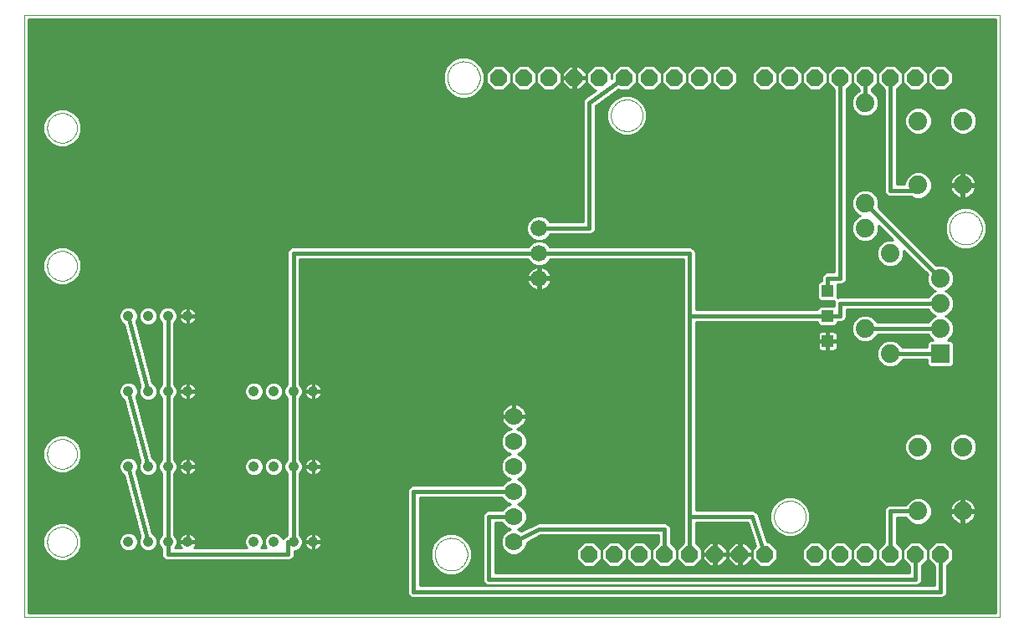
<source format=gbl>
G75*
%MOIN*%
%OFA0B0*%
%FSLAX24Y24*%
%IPPOS*%
%LPD*%
%AMOC8*
5,1,8,0,0,1.08239X$1,22.5*
%
%ADD10C,0.0000*%
%ADD11OC8,0.0660*%
%ADD12R,0.0740X0.0740*%
%ADD13C,0.0740*%
%ADD14C,0.0700*%
%ADD15R,0.0472X0.0472*%
%ADD16C,0.0660*%
%ADD17C,0.0413*%
%ADD18C,0.0100*%
%ADD19C,0.0160*%
D10*
X000180Y000180D02*
X000180Y024176D01*
X039050Y024176D01*
X039050Y000180D01*
X000180Y000180D01*
X001089Y003180D02*
X001091Y003228D01*
X001097Y003276D01*
X001107Y003323D01*
X001120Y003369D01*
X001138Y003414D01*
X001158Y003458D01*
X001183Y003500D01*
X001211Y003539D01*
X001241Y003576D01*
X001275Y003610D01*
X001312Y003642D01*
X001350Y003671D01*
X001391Y003696D01*
X001434Y003718D01*
X001479Y003736D01*
X001525Y003750D01*
X001572Y003761D01*
X001620Y003768D01*
X001668Y003771D01*
X001716Y003770D01*
X001764Y003765D01*
X001812Y003756D01*
X001858Y003744D01*
X001903Y003727D01*
X001947Y003707D01*
X001989Y003684D01*
X002029Y003657D01*
X002067Y003627D01*
X002102Y003594D01*
X002134Y003558D01*
X002164Y003520D01*
X002190Y003479D01*
X002212Y003436D01*
X002232Y003392D01*
X002247Y003347D01*
X002259Y003300D01*
X002267Y003252D01*
X002271Y003204D01*
X002271Y003156D01*
X002267Y003108D01*
X002259Y003060D01*
X002247Y003013D01*
X002232Y002968D01*
X002212Y002924D01*
X002190Y002881D01*
X002164Y002840D01*
X002134Y002802D01*
X002102Y002766D01*
X002067Y002733D01*
X002029Y002703D01*
X001989Y002676D01*
X001947Y002653D01*
X001903Y002633D01*
X001858Y002616D01*
X001812Y002604D01*
X001764Y002595D01*
X001716Y002590D01*
X001668Y002589D01*
X001620Y002592D01*
X001572Y002599D01*
X001525Y002610D01*
X001479Y002624D01*
X001434Y002642D01*
X001391Y002664D01*
X001350Y002689D01*
X001312Y002718D01*
X001275Y002750D01*
X001241Y002784D01*
X001211Y002821D01*
X001183Y002860D01*
X001158Y002902D01*
X001138Y002946D01*
X001120Y002991D01*
X001107Y003037D01*
X001097Y003084D01*
X001091Y003132D01*
X001089Y003180D01*
X001089Y006680D02*
X001091Y006728D01*
X001097Y006776D01*
X001107Y006823D01*
X001120Y006869D01*
X001138Y006914D01*
X001158Y006958D01*
X001183Y007000D01*
X001211Y007039D01*
X001241Y007076D01*
X001275Y007110D01*
X001312Y007142D01*
X001350Y007171D01*
X001391Y007196D01*
X001434Y007218D01*
X001479Y007236D01*
X001525Y007250D01*
X001572Y007261D01*
X001620Y007268D01*
X001668Y007271D01*
X001716Y007270D01*
X001764Y007265D01*
X001812Y007256D01*
X001858Y007244D01*
X001903Y007227D01*
X001947Y007207D01*
X001989Y007184D01*
X002029Y007157D01*
X002067Y007127D01*
X002102Y007094D01*
X002134Y007058D01*
X002164Y007020D01*
X002190Y006979D01*
X002212Y006936D01*
X002232Y006892D01*
X002247Y006847D01*
X002259Y006800D01*
X002267Y006752D01*
X002271Y006704D01*
X002271Y006656D01*
X002267Y006608D01*
X002259Y006560D01*
X002247Y006513D01*
X002232Y006468D01*
X002212Y006424D01*
X002190Y006381D01*
X002164Y006340D01*
X002134Y006302D01*
X002102Y006266D01*
X002067Y006233D01*
X002029Y006203D01*
X001989Y006176D01*
X001947Y006153D01*
X001903Y006133D01*
X001858Y006116D01*
X001812Y006104D01*
X001764Y006095D01*
X001716Y006090D01*
X001668Y006089D01*
X001620Y006092D01*
X001572Y006099D01*
X001525Y006110D01*
X001479Y006124D01*
X001434Y006142D01*
X001391Y006164D01*
X001350Y006189D01*
X001312Y006218D01*
X001275Y006250D01*
X001241Y006284D01*
X001211Y006321D01*
X001183Y006360D01*
X001158Y006402D01*
X001138Y006446D01*
X001120Y006491D01*
X001107Y006537D01*
X001097Y006584D01*
X001091Y006632D01*
X001089Y006680D01*
X001089Y014180D02*
X001091Y014228D01*
X001097Y014276D01*
X001107Y014323D01*
X001120Y014369D01*
X001138Y014414D01*
X001158Y014458D01*
X001183Y014500D01*
X001211Y014539D01*
X001241Y014576D01*
X001275Y014610D01*
X001312Y014642D01*
X001350Y014671D01*
X001391Y014696D01*
X001434Y014718D01*
X001479Y014736D01*
X001525Y014750D01*
X001572Y014761D01*
X001620Y014768D01*
X001668Y014771D01*
X001716Y014770D01*
X001764Y014765D01*
X001812Y014756D01*
X001858Y014744D01*
X001903Y014727D01*
X001947Y014707D01*
X001989Y014684D01*
X002029Y014657D01*
X002067Y014627D01*
X002102Y014594D01*
X002134Y014558D01*
X002164Y014520D01*
X002190Y014479D01*
X002212Y014436D01*
X002232Y014392D01*
X002247Y014347D01*
X002259Y014300D01*
X002267Y014252D01*
X002271Y014204D01*
X002271Y014156D01*
X002267Y014108D01*
X002259Y014060D01*
X002247Y014013D01*
X002232Y013968D01*
X002212Y013924D01*
X002190Y013881D01*
X002164Y013840D01*
X002134Y013802D01*
X002102Y013766D01*
X002067Y013733D01*
X002029Y013703D01*
X001989Y013676D01*
X001947Y013653D01*
X001903Y013633D01*
X001858Y013616D01*
X001812Y013604D01*
X001764Y013595D01*
X001716Y013590D01*
X001668Y013589D01*
X001620Y013592D01*
X001572Y013599D01*
X001525Y013610D01*
X001479Y013624D01*
X001434Y013642D01*
X001391Y013664D01*
X001350Y013689D01*
X001312Y013718D01*
X001275Y013750D01*
X001241Y013784D01*
X001211Y013821D01*
X001183Y013860D01*
X001158Y013902D01*
X001138Y013946D01*
X001120Y013991D01*
X001107Y014037D01*
X001097Y014084D01*
X001091Y014132D01*
X001089Y014180D01*
X001089Y019680D02*
X001091Y019728D01*
X001097Y019776D01*
X001107Y019823D01*
X001120Y019869D01*
X001138Y019914D01*
X001158Y019958D01*
X001183Y020000D01*
X001211Y020039D01*
X001241Y020076D01*
X001275Y020110D01*
X001312Y020142D01*
X001350Y020171D01*
X001391Y020196D01*
X001434Y020218D01*
X001479Y020236D01*
X001525Y020250D01*
X001572Y020261D01*
X001620Y020268D01*
X001668Y020271D01*
X001716Y020270D01*
X001764Y020265D01*
X001812Y020256D01*
X001858Y020244D01*
X001903Y020227D01*
X001947Y020207D01*
X001989Y020184D01*
X002029Y020157D01*
X002067Y020127D01*
X002102Y020094D01*
X002134Y020058D01*
X002164Y020020D01*
X002190Y019979D01*
X002212Y019936D01*
X002232Y019892D01*
X002247Y019847D01*
X002259Y019800D01*
X002267Y019752D01*
X002271Y019704D01*
X002271Y019656D01*
X002267Y019608D01*
X002259Y019560D01*
X002247Y019513D01*
X002232Y019468D01*
X002212Y019424D01*
X002190Y019381D01*
X002164Y019340D01*
X002134Y019302D01*
X002102Y019266D01*
X002067Y019233D01*
X002029Y019203D01*
X001989Y019176D01*
X001947Y019153D01*
X001903Y019133D01*
X001858Y019116D01*
X001812Y019104D01*
X001764Y019095D01*
X001716Y019090D01*
X001668Y019089D01*
X001620Y019092D01*
X001572Y019099D01*
X001525Y019110D01*
X001479Y019124D01*
X001434Y019142D01*
X001391Y019164D01*
X001350Y019189D01*
X001312Y019218D01*
X001275Y019250D01*
X001241Y019284D01*
X001211Y019321D01*
X001183Y019360D01*
X001158Y019402D01*
X001138Y019446D01*
X001120Y019491D01*
X001107Y019537D01*
X001097Y019584D01*
X001091Y019632D01*
X001089Y019680D01*
X017030Y021680D02*
X017032Y021730D01*
X017038Y021780D01*
X017048Y021830D01*
X017061Y021878D01*
X017078Y021926D01*
X017099Y021972D01*
X017123Y022016D01*
X017151Y022058D01*
X017182Y022098D01*
X017216Y022135D01*
X017253Y022170D01*
X017292Y022201D01*
X017333Y022230D01*
X017377Y022255D01*
X017423Y022277D01*
X017470Y022295D01*
X017518Y022309D01*
X017567Y022320D01*
X017617Y022327D01*
X017667Y022330D01*
X017718Y022329D01*
X017768Y022324D01*
X017818Y022315D01*
X017866Y022303D01*
X017914Y022286D01*
X017960Y022266D01*
X018005Y022243D01*
X018048Y022216D01*
X018088Y022186D01*
X018126Y022153D01*
X018161Y022117D01*
X018194Y022078D01*
X018223Y022037D01*
X018249Y021994D01*
X018272Y021949D01*
X018291Y021902D01*
X018306Y021854D01*
X018318Y021805D01*
X018326Y021755D01*
X018330Y021705D01*
X018330Y021655D01*
X018326Y021605D01*
X018318Y021555D01*
X018306Y021506D01*
X018291Y021458D01*
X018272Y021411D01*
X018249Y021366D01*
X018223Y021323D01*
X018194Y021282D01*
X018161Y021243D01*
X018126Y021207D01*
X018088Y021174D01*
X018048Y021144D01*
X018005Y021117D01*
X017960Y021094D01*
X017914Y021074D01*
X017866Y021057D01*
X017818Y021045D01*
X017768Y021036D01*
X017718Y021031D01*
X017667Y021030D01*
X017617Y021033D01*
X017567Y021040D01*
X017518Y021051D01*
X017470Y021065D01*
X017423Y021083D01*
X017377Y021105D01*
X017333Y021130D01*
X017292Y021159D01*
X017253Y021190D01*
X017216Y021225D01*
X017182Y021262D01*
X017151Y021302D01*
X017123Y021344D01*
X017099Y021388D01*
X017078Y021434D01*
X017061Y021482D01*
X017048Y021530D01*
X017038Y021580D01*
X017032Y021630D01*
X017030Y021680D01*
X023550Y020180D02*
X023552Y020230D01*
X023558Y020280D01*
X023568Y020329D01*
X023582Y020377D01*
X023599Y020424D01*
X023620Y020469D01*
X023645Y020513D01*
X023673Y020554D01*
X023705Y020593D01*
X023739Y020630D01*
X023776Y020664D01*
X023816Y020694D01*
X023858Y020721D01*
X023902Y020745D01*
X023948Y020766D01*
X023995Y020782D01*
X024043Y020795D01*
X024093Y020804D01*
X024142Y020809D01*
X024193Y020810D01*
X024243Y020807D01*
X024292Y020800D01*
X024341Y020789D01*
X024389Y020774D01*
X024435Y020756D01*
X024480Y020734D01*
X024523Y020708D01*
X024564Y020679D01*
X024603Y020647D01*
X024639Y020612D01*
X024671Y020574D01*
X024701Y020534D01*
X024728Y020491D01*
X024751Y020447D01*
X024770Y020401D01*
X024786Y020353D01*
X024798Y020304D01*
X024806Y020255D01*
X024810Y020205D01*
X024810Y020155D01*
X024806Y020105D01*
X024798Y020056D01*
X024786Y020007D01*
X024770Y019959D01*
X024751Y019913D01*
X024728Y019869D01*
X024701Y019826D01*
X024671Y019786D01*
X024639Y019748D01*
X024603Y019713D01*
X024564Y019681D01*
X024523Y019652D01*
X024480Y019626D01*
X024435Y019604D01*
X024389Y019586D01*
X024341Y019571D01*
X024292Y019560D01*
X024243Y019553D01*
X024193Y019550D01*
X024142Y019551D01*
X024093Y019556D01*
X024043Y019565D01*
X023995Y019578D01*
X023948Y019594D01*
X023902Y019615D01*
X023858Y019639D01*
X023816Y019666D01*
X023776Y019696D01*
X023739Y019730D01*
X023705Y019767D01*
X023673Y019806D01*
X023645Y019847D01*
X023620Y019891D01*
X023599Y019936D01*
X023582Y019983D01*
X023568Y020031D01*
X023558Y020080D01*
X023552Y020130D01*
X023550Y020180D01*
X037030Y015680D02*
X037032Y015730D01*
X037038Y015780D01*
X037048Y015830D01*
X037061Y015878D01*
X037078Y015926D01*
X037099Y015972D01*
X037123Y016016D01*
X037151Y016058D01*
X037182Y016098D01*
X037216Y016135D01*
X037253Y016170D01*
X037292Y016201D01*
X037333Y016230D01*
X037377Y016255D01*
X037423Y016277D01*
X037470Y016295D01*
X037518Y016309D01*
X037567Y016320D01*
X037617Y016327D01*
X037667Y016330D01*
X037718Y016329D01*
X037768Y016324D01*
X037818Y016315D01*
X037866Y016303D01*
X037914Y016286D01*
X037960Y016266D01*
X038005Y016243D01*
X038048Y016216D01*
X038088Y016186D01*
X038126Y016153D01*
X038161Y016117D01*
X038194Y016078D01*
X038223Y016037D01*
X038249Y015994D01*
X038272Y015949D01*
X038291Y015902D01*
X038306Y015854D01*
X038318Y015805D01*
X038326Y015755D01*
X038330Y015705D01*
X038330Y015655D01*
X038326Y015605D01*
X038318Y015555D01*
X038306Y015506D01*
X038291Y015458D01*
X038272Y015411D01*
X038249Y015366D01*
X038223Y015323D01*
X038194Y015282D01*
X038161Y015243D01*
X038126Y015207D01*
X038088Y015174D01*
X038048Y015144D01*
X038005Y015117D01*
X037960Y015094D01*
X037914Y015074D01*
X037866Y015057D01*
X037818Y015045D01*
X037768Y015036D01*
X037718Y015031D01*
X037667Y015030D01*
X037617Y015033D01*
X037567Y015040D01*
X037518Y015051D01*
X037470Y015065D01*
X037423Y015083D01*
X037377Y015105D01*
X037333Y015130D01*
X037292Y015159D01*
X037253Y015190D01*
X037216Y015225D01*
X037182Y015262D01*
X037151Y015302D01*
X037123Y015344D01*
X037099Y015388D01*
X037078Y015434D01*
X037061Y015482D01*
X037048Y015530D01*
X037038Y015580D01*
X037032Y015630D01*
X037030Y015680D01*
X030050Y004180D02*
X030052Y004230D01*
X030058Y004280D01*
X030068Y004329D01*
X030082Y004377D01*
X030099Y004424D01*
X030120Y004469D01*
X030145Y004513D01*
X030173Y004554D01*
X030205Y004593D01*
X030239Y004630D01*
X030276Y004664D01*
X030316Y004694D01*
X030358Y004721D01*
X030402Y004745D01*
X030448Y004766D01*
X030495Y004782D01*
X030543Y004795D01*
X030593Y004804D01*
X030642Y004809D01*
X030693Y004810D01*
X030743Y004807D01*
X030792Y004800D01*
X030841Y004789D01*
X030889Y004774D01*
X030935Y004756D01*
X030980Y004734D01*
X031023Y004708D01*
X031064Y004679D01*
X031103Y004647D01*
X031139Y004612D01*
X031171Y004574D01*
X031201Y004534D01*
X031228Y004491D01*
X031251Y004447D01*
X031270Y004401D01*
X031286Y004353D01*
X031298Y004304D01*
X031306Y004255D01*
X031310Y004205D01*
X031310Y004155D01*
X031306Y004105D01*
X031298Y004056D01*
X031286Y004007D01*
X031270Y003959D01*
X031251Y003913D01*
X031228Y003869D01*
X031201Y003826D01*
X031171Y003786D01*
X031139Y003748D01*
X031103Y003713D01*
X031064Y003681D01*
X031023Y003652D01*
X030980Y003626D01*
X030935Y003604D01*
X030889Y003586D01*
X030841Y003571D01*
X030792Y003560D01*
X030743Y003553D01*
X030693Y003550D01*
X030642Y003551D01*
X030593Y003556D01*
X030543Y003565D01*
X030495Y003578D01*
X030448Y003594D01*
X030402Y003615D01*
X030358Y003639D01*
X030316Y003666D01*
X030276Y003696D01*
X030239Y003730D01*
X030205Y003767D01*
X030173Y003806D01*
X030145Y003847D01*
X030120Y003891D01*
X030099Y003936D01*
X030082Y003983D01*
X030068Y004031D01*
X030058Y004080D01*
X030052Y004130D01*
X030050Y004180D01*
X016530Y002680D02*
X016532Y002730D01*
X016538Y002780D01*
X016548Y002830D01*
X016561Y002878D01*
X016578Y002926D01*
X016599Y002972D01*
X016623Y003016D01*
X016651Y003058D01*
X016682Y003098D01*
X016716Y003135D01*
X016753Y003170D01*
X016792Y003201D01*
X016833Y003230D01*
X016877Y003255D01*
X016923Y003277D01*
X016970Y003295D01*
X017018Y003309D01*
X017067Y003320D01*
X017117Y003327D01*
X017167Y003330D01*
X017218Y003329D01*
X017268Y003324D01*
X017318Y003315D01*
X017366Y003303D01*
X017414Y003286D01*
X017460Y003266D01*
X017505Y003243D01*
X017548Y003216D01*
X017588Y003186D01*
X017626Y003153D01*
X017661Y003117D01*
X017694Y003078D01*
X017723Y003037D01*
X017749Y002994D01*
X017772Y002949D01*
X017791Y002902D01*
X017806Y002854D01*
X017818Y002805D01*
X017826Y002755D01*
X017830Y002705D01*
X017830Y002655D01*
X017826Y002605D01*
X017818Y002555D01*
X017806Y002506D01*
X017791Y002458D01*
X017772Y002411D01*
X017749Y002366D01*
X017723Y002323D01*
X017694Y002282D01*
X017661Y002243D01*
X017626Y002207D01*
X017588Y002174D01*
X017548Y002144D01*
X017505Y002117D01*
X017460Y002094D01*
X017414Y002074D01*
X017366Y002057D01*
X017318Y002045D01*
X017268Y002036D01*
X017218Y002031D01*
X017167Y002030D01*
X017117Y002033D01*
X017067Y002040D01*
X017018Y002051D01*
X016970Y002065D01*
X016923Y002083D01*
X016877Y002105D01*
X016833Y002130D01*
X016792Y002159D01*
X016753Y002190D01*
X016716Y002225D01*
X016682Y002262D01*
X016651Y002302D01*
X016623Y002344D01*
X016599Y002388D01*
X016578Y002434D01*
X016561Y002482D01*
X016548Y002530D01*
X016538Y002580D01*
X016532Y002630D01*
X016530Y002680D01*
D11*
X022680Y002680D03*
X023680Y002680D03*
X024680Y002680D03*
X025680Y002680D03*
X026680Y002680D03*
X027680Y002680D03*
X028680Y002680D03*
X029680Y002680D03*
X031680Y002680D03*
X032680Y002680D03*
X033680Y002680D03*
X034680Y002680D03*
X035680Y002680D03*
X036680Y002680D03*
X036680Y021680D03*
X035680Y021680D03*
X034680Y021680D03*
X033680Y021680D03*
X032680Y021680D03*
X031680Y021680D03*
X030680Y021680D03*
X029680Y021680D03*
X028080Y021680D03*
X027080Y021680D03*
X026080Y021680D03*
X025080Y021680D03*
X024080Y021680D03*
X023080Y021680D03*
X022080Y021680D03*
X021080Y021680D03*
X020080Y021680D03*
X019080Y021680D03*
D12*
X036680Y010680D03*
D13*
X036680Y011680D03*
X036680Y012680D03*
X036680Y013680D03*
X034680Y014680D03*
X033680Y015680D03*
X033680Y016680D03*
X035790Y017400D03*
X037570Y017400D03*
X037570Y019960D03*
X035790Y019960D03*
X033680Y020680D03*
X033680Y011680D03*
X034680Y010680D03*
X035790Y006960D03*
X037570Y006960D03*
X037570Y004400D03*
X035790Y004400D03*
D14*
X019680Y004180D03*
X019680Y003180D03*
X019680Y005180D03*
X019680Y006180D03*
X019680Y007180D03*
X019680Y008180D03*
D15*
X032180Y011180D03*
X032180Y012180D03*
X032180Y013180D03*
D16*
X020680Y013680D03*
X020680Y014680D03*
X020680Y015680D03*
D17*
X011680Y009180D03*
X010893Y009180D03*
X010105Y009180D03*
X009318Y009180D03*
X006680Y009180D03*
X005893Y009180D03*
X005105Y009180D03*
X004318Y009180D03*
X004318Y006180D03*
X005105Y006180D03*
X005893Y006180D03*
X006680Y006180D03*
X009318Y006180D03*
X010105Y006180D03*
X010893Y006180D03*
X011680Y006180D03*
X011680Y003180D03*
X010893Y003180D03*
X010105Y003180D03*
X009318Y003180D03*
X006680Y003180D03*
X005893Y003180D03*
X005105Y003180D03*
X004318Y003180D03*
X004318Y012180D03*
X005105Y012180D03*
X005893Y012180D03*
X006680Y012180D03*
D18*
X006699Y012197D02*
X010643Y012197D01*
X010643Y012099D02*
X007027Y012099D01*
X007023Y012076D02*
X007037Y012145D01*
X007037Y012161D01*
X006699Y012161D01*
X006699Y012199D01*
X007037Y012199D01*
X007037Y012215D01*
X007023Y012284D01*
X006996Y012349D01*
X006957Y012407D01*
X006907Y012457D01*
X006849Y012496D01*
X006784Y012523D01*
X006715Y012537D01*
X006699Y012537D01*
X006699Y012199D01*
X006661Y012199D01*
X006661Y012537D01*
X006645Y012537D01*
X006576Y012523D01*
X006511Y012496D01*
X006453Y012457D01*
X006403Y012407D01*
X006364Y012349D01*
X006337Y012284D01*
X006323Y012215D01*
X006323Y012199D01*
X006661Y012199D01*
X006661Y012161D01*
X006699Y012161D01*
X006699Y011823D01*
X006715Y011823D01*
X006784Y011837D01*
X006849Y011864D01*
X006907Y011903D01*
X006957Y011953D01*
X006996Y012011D01*
X007023Y012076D01*
X006989Y012000D02*
X010643Y012000D01*
X010643Y011902D02*
X006905Y011902D01*
X006699Y011902D02*
X006661Y011902D01*
X006661Y011823D02*
X006661Y012161D01*
X006323Y012161D01*
X006323Y012145D01*
X006337Y012076D01*
X006364Y012011D01*
X006403Y011953D01*
X006453Y011903D01*
X006511Y011864D01*
X006576Y011837D01*
X006645Y011823D01*
X006661Y011823D01*
X006661Y012000D02*
X006699Y012000D01*
X006699Y012099D02*
X006661Y012099D01*
X006661Y012197D02*
X006269Y012197D01*
X006269Y012255D02*
X006212Y012393D01*
X006106Y012499D01*
X005968Y012557D01*
X005818Y012557D01*
X005679Y012499D01*
X005573Y012393D01*
X005516Y012255D01*
X005516Y012105D01*
X005573Y011967D01*
X005643Y011897D01*
X005643Y009463D01*
X005573Y009393D01*
X005516Y009255D01*
X005516Y009105D01*
X005573Y008967D01*
X005643Y008897D01*
X005643Y006463D01*
X005573Y006393D01*
X005516Y006255D01*
X005516Y006105D01*
X005573Y005967D01*
X005643Y005897D01*
X005643Y003463D01*
X005573Y003393D01*
X005516Y003255D01*
X005516Y003105D01*
X005573Y002967D01*
X005643Y002897D01*
X005643Y002630D01*
X005681Y002538D01*
X005751Y002468D01*
X005843Y002430D01*
X010730Y002430D01*
X010822Y002468D01*
X010892Y002538D01*
X010930Y002630D01*
X010930Y002803D01*
X010968Y002803D01*
X011106Y002861D01*
X011212Y002967D01*
X011269Y003105D01*
X011269Y003255D01*
X011212Y003393D01*
X011143Y003463D01*
X011143Y005897D01*
X011212Y005967D01*
X011269Y006105D01*
X011269Y006255D01*
X011212Y006393D01*
X011143Y006463D01*
X011143Y008897D01*
X011212Y008967D01*
X011269Y009105D01*
X011269Y009255D01*
X011212Y009393D01*
X011143Y009463D01*
X011143Y014430D01*
X020242Y014430D01*
X020256Y014397D01*
X020397Y014256D01*
X020581Y014180D01*
X020779Y014180D01*
X020963Y014256D01*
X021104Y014397D01*
X021118Y014430D01*
X026430Y014430D01*
X026430Y003137D01*
X026180Y002887D01*
X025930Y003137D01*
X025930Y003730D01*
X025892Y003822D01*
X025822Y003892D01*
X025730Y003930D01*
X020721Y003930D01*
X020712Y003933D01*
X020671Y003930D01*
X020630Y003930D01*
X020622Y003926D01*
X020613Y003926D01*
X020576Y003908D01*
X020538Y003892D01*
X020532Y003885D01*
X019984Y003611D01*
X019975Y003621D01*
X019832Y003680D01*
X019975Y003739D01*
X020121Y003885D01*
X020200Y004077D01*
X020200Y004283D01*
X020121Y004475D01*
X019975Y004621D01*
X019832Y004680D01*
X019975Y004739D01*
X020121Y004885D01*
X020200Y005077D01*
X020200Y005283D01*
X020121Y005475D01*
X019975Y005621D01*
X019832Y005680D01*
X019975Y005739D01*
X020121Y005885D01*
X020200Y006077D01*
X020200Y006283D01*
X020121Y006475D01*
X019975Y006621D01*
X019832Y006680D01*
X019975Y006739D01*
X020121Y006885D01*
X020200Y007077D01*
X020200Y007283D01*
X020121Y007475D01*
X019975Y007621D01*
X019800Y007693D01*
X019872Y007717D01*
X019942Y007752D01*
X020006Y007799D01*
X020061Y007854D01*
X020108Y007918D01*
X020143Y007988D01*
X020168Y008063D01*
X020180Y008141D01*
X020180Y008151D01*
X019709Y008151D01*
X019709Y008209D01*
X019651Y008209D01*
X019651Y008680D01*
X019641Y008680D01*
X019563Y008668D01*
X019488Y008643D01*
X019418Y008608D01*
X019354Y008561D01*
X019299Y008506D01*
X019252Y008442D01*
X019217Y008372D01*
X019192Y008297D01*
X019180Y008219D01*
X019180Y008209D01*
X019651Y008209D01*
X019651Y008151D01*
X019180Y008151D01*
X019180Y008141D01*
X019192Y008063D01*
X019217Y007988D01*
X019252Y007918D01*
X019299Y007854D01*
X019354Y007799D01*
X019418Y007752D01*
X019488Y007717D01*
X019560Y007693D01*
X019385Y007621D01*
X019239Y007475D01*
X019160Y007283D01*
X019160Y007077D01*
X019239Y006885D01*
X019385Y006739D01*
X019528Y006680D01*
X019385Y006621D01*
X019239Y006475D01*
X019160Y006283D01*
X019160Y006077D01*
X019239Y005885D01*
X019385Y005739D01*
X019528Y005680D01*
X019385Y005621D01*
X019239Y005475D01*
X019221Y005430D01*
X015630Y005430D01*
X015538Y005392D01*
X015468Y005322D01*
X015430Y005230D01*
X015430Y001130D01*
X015468Y001038D01*
X015538Y000968D01*
X015630Y000930D01*
X036730Y000930D01*
X036822Y000968D01*
X036892Y001038D01*
X036930Y001130D01*
X036930Y002223D01*
X037180Y002473D01*
X037180Y002887D01*
X036887Y003180D01*
X036473Y003180D01*
X036180Y002887D01*
X035887Y003180D01*
X035473Y003180D01*
X035180Y002887D01*
X035180Y002473D01*
X035430Y002223D01*
X035430Y001930D01*
X018930Y001930D01*
X018930Y003930D01*
X019221Y003930D01*
X019239Y003885D01*
X019385Y003739D01*
X019528Y003680D01*
X019385Y003621D01*
X019239Y003475D01*
X019160Y003283D01*
X019160Y003077D01*
X019239Y002885D01*
X019385Y002739D01*
X019577Y002660D01*
X019783Y002660D01*
X019975Y002739D01*
X020121Y002885D01*
X020200Y003077D01*
X020200Y003160D01*
X020739Y003430D01*
X025430Y003430D01*
X025430Y003137D01*
X025180Y002887D01*
X025180Y002473D01*
X025473Y002180D01*
X025887Y002180D01*
X026180Y002473D01*
X026180Y002887D01*
X026180Y002473D01*
X026473Y002180D01*
X026887Y002180D01*
X027180Y002473D01*
X027180Y002887D01*
X026930Y003137D01*
X026930Y003930D01*
X029000Y003930D01*
X029306Y003013D01*
X029180Y002887D01*
X029180Y002473D01*
X029473Y002180D01*
X029887Y002180D01*
X030180Y002473D01*
X030180Y002887D01*
X029887Y003180D01*
X029777Y003180D01*
X029430Y004221D01*
X029430Y004230D01*
X029414Y004267D01*
X029401Y004306D01*
X029395Y004313D01*
X029392Y004322D01*
X029363Y004351D01*
X029336Y004381D01*
X029328Y004385D01*
X029322Y004392D01*
X029284Y004408D01*
X029247Y004426D01*
X029238Y004426D01*
X029230Y004430D01*
X029189Y004430D01*
X029148Y004433D01*
X029139Y004430D01*
X026930Y004430D01*
X026930Y011930D01*
X031774Y011930D01*
X031774Y011873D01*
X031873Y011774D01*
X032487Y011774D01*
X032586Y011873D01*
X032586Y011930D01*
X032730Y011930D01*
X032822Y011968D01*
X032892Y012038D01*
X032930Y012130D01*
X032930Y012430D01*
X036199Y012430D01*
X036222Y012374D01*
X036374Y012222D01*
X036476Y012180D01*
X036374Y012138D01*
X036222Y011986D01*
X036199Y011930D01*
X034161Y011930D01*
X034138Y011986D01*
X033986Y012138D01*
X033787Y012220D01*
X033573Y012220D01*
X033374Y012138D01*
X033222Y011986D01*
X033140Y011787D01*
X033140Y011573D01*
X033222Y011374D01*
X033374Y011222D01*
X033573Y011140D01*
X033787Y011140D01*
X033986Y011222D01*
X034138Y011374D01*
X034161Y011430D01*
X036199Y011430D01*
X036222Y011374D01*
X036374Y011222D01*
X036379Y011220D01*
X036240Y011220D01*
X036140Y011120D01*
X036140Y010930D01*
X035161Y010930D01*
X035138Y010986D01*
X034986Y011138D01*
X034787Y011220D01*
X034573Y011220D01*
X034374Y011138D01*
X034222Y010986D01*
X034140Y010787D01*
X034140Y010573D01*
X034222Y010374D01*
X034374Y010222D01*
X034573Y010140D01*
X034787Y010140D01*
X034986Y010222D01*
X035138Y010374D01*
X035161Y010430D01*
X036140Y010430D01*
X036140Y010240D01*
X036240Y010140D01*
X037120Y010140D01*
X037220Y010240D01*
X037220Y011120D01*
X037120Y011220D01*
X036981Y011220D01*
X036986Y011222D01*
X037138Y011374D01*
X037220Y011573D01*
X037220Y011787D01*
X037138Y011986D01*
X036986Y012138D01*
X036884Y012180D01*
X036986Y012222D01*
X037138Y012374D01*
X037220Y012573D01*
X037220Y012787D01*
X037138Y012986D01*
X036986Y013138D01*
X036884Y013180D01*
X036986Y013222D01*
X037138Y013374D01*
X037220Y013573D01*
X037220Y013787D01*
X037138Y013986D01*
X036986Y014138D01*
X036787Y014220D01*
X036573Y014220D01*
X036517Y014197D01*
X034197Y016517D01*
X034220Y016573D01*
X034220Y016787D01*
X034138Y016986D01*
X033986Y017138D01*
X033787Y017220D01*
X033573Y017220D01*
X033374Y017138D01*
X033222Y016986D01*
X033140Y016787D01*
X033140Y016573D01*
X033222Y016374D01*
X033374Y016222D01*
X033476Y016180D01*
X033374Y016138D01*
X033222Y015986D01*
X033140Y015787D01*
X033140Y015573D01*
X033222Y015374D01*
X033374Y015222D01*
X033573Y015140D01*
X033787Y015140D01*
X033986Y015222D01*
X034138Y015374D01*
X034220Y015573D01*
X034220Y015786D01*
X034786Y015220D01*
X034573Y015220D01*
X034374Y015138D01*
X034222Y014986D01*
X034140Y014787D01*
X034140Y014573D01*
X034222Y014374D01*
X034374Y014222D01*
X034573Y014140D01*
X034787Y014140D01*
X034986Y014222D01*
X035138Y014374D01*
X035220Y014573D01*
X035220Y014786D01*
X036163Y013843D01*
X036140Y013787D01*
X036140Y013573D01*
X036222Y013374D01*
X036374Y013222D01*
X036476Y013180D01*
X036374Y013138D01*
X036222Y012986D01*
X036199Y012930D01*
X032630Y012930D01*
X032586Y012912D01*
X032586Y013430D01*
X032730Y013430D01*
X032822Y013468D01*
X032892Y013538D01*
X032930Y013630D01*
X032930Y021223D01*
X033180Y021473D01*
X033430Y021223D01*
X033430Y021161D01*
X033374Y021138D01*
X033222Y020986D01*
X033140Y020787D01*
X033140Y020573D01*
X033222Y020374D01*
X033374Y020222D01*
X033573Y020140D01*
X033787Y020140D01*
X033986Y020222D01*
X034138Y020374D01*
X034220Y020573D01*
X034220Y020787D01*
X034138Y020986D01*
X033986Y021138D01*
X033930Y021161D01*
X033930Y021223D01*
X034180Y021473D01*
X034430Y021223D01*
X034430Y017130D01*
X034468Y017038D01*
X034538Y016968D01*
X034630Y016930D01*
X035514Y016930D01*
X035683Y016860D01*
X035897Y016860D01*
X036096Y016942D01*
X036248Y017094D01*
X036330Y017293D01*
X036330Y017507D01*
X036248Y017706D01*
X036096Y017858D01*
X035897Y017940D01*
X035683Y017940D01*
X035484Y017858D01*
X035332Y017706D01*
X035250Y017507D01*
X035250Y017430D01*
X034930Y017430D01*
X034930Y021223D01*
X035180Y021473D01*
X035473Y021180D01*
X035887Y021180D01*
X036180Y021473D01*
X036473Y021180D01*
X036887Y021180D01*
X037180Y021473D01*
X037180Y021887D01*
X036887Y022180D01*
X036473Y022180D01*
X036180Y021887D01*
X036180Y021473D01*
X036180Y021887D01*
X035887Y022180D01*
X035473Y022180D01*
X035180Y021887D01*
X035180Y021473D01*
X035180Y021887D01*
X034887Y022180D01*
X034473Y022180D01*
X034180Y021887D01*
X034180Y021473D01*
X034180Y021887D01*
X033887Y022180D01*
X033473Y022180D01*
X033180Y021887D01*
X033180Y021473D01*
X033180Y021887D01*
X032887Y022180D01*
X032473Y022180D01*
X032180Y021887D01*
X031887Y022180D01*
X031473Y022180D01*
X031180Y021887D01*
X030887Y022180D01*
X030473Y022180D01*
X030180Y021887D01*
X029887Y022180D01*
X029473Y022180D01*
X029180Y021887D01*
X029180Y021473D01*
X029473Y021180D01*
X029887Y021180D01*
X030180Y021473D01*
X030180Y021887D01*
X030180Y021473D01*
X030473Y021180D01*
X030887Y021180D01*
X031180Y021473D01*
X031180Y021887D01*
X031180Y021473D01*
X031473Y021180D01*
X031887Y021180D01*
X032180Y021473D01*
X032180Y021887D01*
X032180Y021473D01*
X032430Y021223D01*
X032430Y013930D01*
X032130Y013930D01*
X032038Y013892D01*
X031968Y013822D01*
X031930Y013730D01*
X031930Y013586D01*
X031873Y013586D01*
X031774Y013487D01*
X031774Y012873D01*
X031873Y012774D01*
X032448Y012774D01*
X032430Y012730D01*
X032430Y012586D01*
X031873Y012586D01*
X031774Y012487D01*
X031774Y012430D01*
X026930Y012430D01*
X026930Y014730D01*
X026892Y014822D01*
X026822Y014892D01*
X026730Y014930D01*
X021118Y014930D01*
X021104Y014963D01*
X020963Y015104D01*
X020779Y015180D01*
X020963Y015256D01*
X021104Y015397D01*
X021118Y015430D01*
X022730Y015430D01*
X022822Y015468D01*
X022892Y015538D01*
X022930Y015630D01*
X022930Y020551D01*
X023847Y021206D01*
X023873Y021180D01*
X024287Y021180D01*
X024580Y021473D01*
X024580Y021887D01*
X024287Y022180D01*
X023873Y022180D01*
X023580Y021887D01*
X023580Y021630D01*
X023580Y021630D01*
X023580Y021887D01*
X023287Y022180D01*
X022873Y022180D01*
X022580Y021887D01*
X022580Y021473D01*
X022873Y021180D01*
X022950Y021180D01*
X022558Y020900D01*
X022538Y020892D01*
X022518Y020871D01*
X022494Y020855D01*
X022483Y020837D01*
X022468Y020822D01*
X022457Y020795D01*
X022442Y020770D01*
X022438Y020749D01*
X022430Y020730D01*
X022430Y020701D01*
X022425Y020672D01*
X022430Y020651D01*
X022430Y015930D01*
X021118Y015930D01*
X021104Y015963D01*
X020963Y016104D01*
X020779Y016180D01*
X020581Y016180D01*
X020397Y016104D01*
X020256Y015963D01*
X020180Y015779D01*
X020180Y015581D01*
X020256Y015397D01*
X020397Y015256D01*
X020581Y015180D01*
X020779Y015180D01*
X020581Y015180D01*
X020397Y015104D01*
X020256Y014963D01*
X020242Y014930D01*
X010843Y014930D01*
X010751Y014892D01*
X010681Y014822D01*
X010643Y014730D01*
X010643Y009463D01*
X010573Y009393D01*
X010516Y009255D01*
X010516Y009105D01*
X010573Y008967D01*
X010643Y008897D01*
X010643Y006463D01*
X010573Y006393D01*
X010516Y006255D01*
X010516Y006105D01*
X010573Y005967D01*
X010643Y005897D01*
X010643Y003463D01*
X010595Y003416D01*
X010538Y003392D01*
X010468Y003322D01*
X010461Y003305D01*
X010425Y003393D01*
X010319Y003499D01*
X010180Y003557D01*
X010030Y003557D01*
X009892Y003499D01*
X009786Y003393D01*
X009729Y003255D01*
X009729Y003105D01*
X009786Y002967D01*
X009822Y002930D01*
X009601Y002930D01*
X009637Y002967D01*
X009694Y003105D01*
X009694Y003255D01*
X009637Y003393D01*
X009531Y003499D01*
X009393Y003557D01*
X009243Y003557D01*
X009104Y003499D01*
X008998Y003393D01*
X008941Y003255D01*
X008941Y003105D01*
X008998Y002967D01*
X009035Y002930D01*
X006934Y002930D01*
X006957Y002953D01*
X006996Y003011D01*
X007023Y003076D01*
X007037Y003145D01*
X007037Y003161D01*
X006699Y003161D01*
X006699Y003199D01*
X006661Y003199D01*
X006661Y003537D01*
X006645Y003537D01*
X006576Y003523D01*
X006511Y003496D01*
X006453Y003457D01*
X006403Y003407D01*
X006364Y003349D01*
X006337Y003284D01*
X006323Y003215D01*
X006323Y003199D01*
X006661Y003199D01*
X006661Y003161D01*
X006323Y003161D01*
X006323Y003145D01*
X006337Y003076D01*
X006364Y003011D01*
X006403Y002953D01*
X006426Y002930D01*
X006175Y002930D01*
X006212Y002967D01*
X006269Y003105D01*
X006269Y003255D01*
X006212Y003393D01*
X006143Y003463D01*
X006143Y005897D01*
X006212Y005967D01*
X006269Y006105D01*
X006269Y006255D01*
X006212Y006393D01*
X006143Y006463D01*
X006143Y008897D01*
X006212Y008967D01*
X006269Y009105D01*
X006269Y009255D01*
X006212Y009393D01*
X006143Y009463D01*
X006143Y011897D01*
X006212Y011967D01*
X006269Y012105D01*
X006269Y012255D01*
X006252Y012296D02*
X006342Y012296D01*
X006394Y012394D02*
X006211Y012394D01*
X006113Y012493D02*
X006506Y012493D01*
X006661Y012493D02*
X006699Y012493D01*
X006699Y012394D02*
X006661Y012394D01*
X006661Y012296D02*
X006699Y012296D01*
X006854Y012493D02*
X010643Y012493D01*
X010643Y012591D02*
X000350Y012591D01*
X000350Y012493D02*
X004098Y012493D01*
X004104Y012499D02*
X003998Y012393D01*
X003941Y012255D01*
X003941Y012105D01*
X003998Y011967D01*
X004104Y011861D01*
X004148Y011843D01*
X004790Y009397D01*
X004786Y009393D01*
X004729Y009255D01*
X004729Y009105D01*
X004786Y008967D01*
X004892Y008861D01*
X005030Y008803D01*
X005180Y008803D01*
X005319Y008861D01*
X005425Y008967D01*
X005482Y009105D01*
X005482Y009255D01*
X005425Y009393D01*
X005319Y009499D01*
X005275Y009517D01*
X004633Y011963D01*
X004637Y011967D01*
X004694Y012105D01*
X004694Y012255D01*
X004637Y012393D01*
X004531Y012499D01*
X004393Y012557D01*
X004243Y012557D01*
X004104Y012499D01*
X003999Y012394D02*
X000350Y012394D01*
X000350Y012296D02*
X003958Y012296D01*
X003941Y012197D02*
X000350Y012197D01*
X000350Y012099D02*
X003944Y012099D01*
X003985Y012000D02*
X000350Y012000D01*
X000350Y011902D02*
X004064Y011902D01*
X004158Y011803D02*
X000350Y011803D01*
X000350Y011705D02*
X004184Y011705D01*
X004210Y011606D02*
X000350Y011606D01*
X000350Y011508D02*
X004236Y011508D01*
X004262Y011409D02*
X000350Y011409D01*
X000350Y011311D02*
X004288Y011311D01*
X004313Y011212D02*
X000350Y011212D01*
X000350Y011114D02*
X004339Y011114D01*
X004365Y011015D02*
X000350Y011015D01*
X000350Y010917D02*
X004391Y010917D01*
X004417Y010818D02*
X000350Y010818D01*
X000350Y010720D02*
X004443Y010720D01*
X004469Y010621D02*
X000350Y010621D01*
X000350Y010523D02*
X004494Y010523D01*
X004520Y010424D02*
X000350Y010424D01*
X000350Y010326D02*
X004546Y010326D01*
X004572Y010227D02*
X000350Y010227D01*
X000350Y010129D02*
X004598Y010129D01*
X004624Y010030D02*
X000350Y010030D01*
X000350Y009932D02*
X004649Y009932D01*
X004675Y009833D02*
X000350Y009833D01*
X000350Y009735D02*
X004701Y009735D01*
X004727Y009636D02*
X000350Y009636D01*
X000350Y009538D02*
X004197Y009538D01*
X004243Y009557D02*
X004104Y009499D01*
X003998Y009393D01*
X003941Y009255D01*
X003941Y009105D01*
X003998Y008967D01*
X004104Y008861D01*
X004148Y008843D01*
X004790Y006397D01*
X004786Y006393D01*
X004729Y006255D01*
X004729Y006105D01*
X004786Y005967D01*
X004892Y005861D01*
X005030Y005803D01*
X005180Y005803D01*
X005319Y005861D01*
X005425Y005967D01*
X005482Y006105D01*
X005482Y006255D01*
X005425Y006393D01*
X005319Y006499D01*
X005275Y006517D01*
X004633Y008963D01*
X004637Y008967D01*
X004694Y009105D01*
X004694Y009255D01*
X004637Y009393D01*
X004531Y009499D01*
X004393Y009557D01*
X004243Y009557D01*
X004439Y009538D02*
X004753Y009538D01*
X004779Y009439D02*
X004591Y009439D01*
X004659Y009341D02*
X004764Y009341D01*
X004729Y009242D02*
X004694Y009242D01*
X004694Y009144D02*
X004729Y009144D01*
X004753Y009045D02*
X004670Y009045D01*
X004638Y008947D02*
X004806Y008947D01*
X004922Y008848D02*
X004663Y008848D01*
X004689Y008750D02*
X005643Y008750D01*
X005643Y008848D02*
X005288Y008848D01*
X005404Y008947D02*
X005593Y008947D01*
X005541Y009045D02*
X005457Y009045D01*
X005482Y009144D02*
X005516Y009144D01*
X005516Y009242D02*
X005482Y009242D01*
X005446Y009341D02*
X005551Y009341D01*
X005619Y009439D02*
X005379Y009439D01*
X005270Y009538D02*
X005643Y009538D01*
X005643Y009636D02*
X005244Y009636D01*
X005218Y009735D02*
X005643Y009735D01*
X005643Y009833D02*
X005192Y009833D01*
X005166Y009932D02*
X005643Y009932D01*
X005643Y010030D02*
X005141Y010030D01*
X005115Y010129D02*
X005643Y010129D01*
X005643Y010227D02*
X005089Y010227D01*
X005063Y010326D02*
X005643Y010326D01*
X005643Y010424D02*
X005037Y010424D01*
X005011Y010523D02*
X005643Y010523D01*
X005643Y010621D02*
X004985Y010621D01*
X004960Y010720D02*
X005643Y010720D01*
X005643Y010818D02*
X004934Y010818D01*
X004908Y010917D02*
X005643Y010917D01*
X005643Y011015D02*
X004882Y011015D01*
X004856Y011114D02*
X005643Y011114D01*
X005643Y011212D02*
X004830Y011212D01*
X004804Y011311D02*
X005643Y011311D01*
X005643Y011409D02*
X004779Y011409D01*
X004753Y011508D02*
X005643Y011508D01*
X005643Y011606D02*
X004727Y011606D01*
X004701Y011705D02*
X005643Y011705D01*
X005643Y011803D02*
X004675Y011803D01*
X004649Y011902D02*
X004851Y011902D01*
X004892Y011861D02*
X005030Y011803D01*
X005180Y011803D01*
X005319Y011861D01*
X005425Y011967D01*
X005482Y012105D01*
X005482Y012255D01*
X005425Y012393D01*
X005319Y012499D01*
X005180Y012557D01*
X005030Y012557D01*
X004892Y012499D01*
X004786Y012393D01*
X004729Y012255D01*
X004729Y012105D01*
X004786Y011967D01*
X004892Y011861D01*
X004772Y012000D02*
X004651Y012000D01*
X004692Y012099D02*
X004731Y012099D01*
X004729Y012197D02*
X004694Y012197D01*
X004678Y012296D02*
X004745Y012296D01*
X004787Y012394D02*
X004636Y012394D01*
X004538Y012493D02*
X004885Y012493D01*
X005325Y012493D02*
X005672Y012493D01*
X005574Y012394D02*
X005424Y012394D01*
X005465Y012296D02*
X005533Y012296D01*
X005516Y012197D02*
X005482Y012197D01*
X005479Y012099D02*
X005519Y012099D01*
X005559Y012000D02*
X005438Y012000D01*
X005359Y011902D02*
X005638Y011902D01*
X006147Y011902D02*
X006455Y011902D01*
X006371Y012000D02*
X006226Y012000D01*
X006267Y012099D02*
X006333Y012099D01*
X006143Y011803D02*
X010643Y011803D01*
X010643Y011705D02*
X006143Y011705D01*
X006143Y011606D02*
X010643Y011606D01*
X010643Y011508D02*
X006143Y011508D01*
X006143Y011409D02*
X010643Y011409D01*
X010643Y011311D02*
X006143Y011311D01*
X006143Y011212D02*
X010643Y011212D01*
X010643Y011114D02*
X006143Y011114D01*
X006143Y011015D02*
X010643Y011015D01*
X010643Y010917D02*
X006143Y010917D01*
X006143Y010818D02*
X010643Y010818D01*
X010643Y010720D02*
X006143Y010720D01*
X006143Y010621D02*
X010643Y010621D01*
X010643Y010523D02*
X006143Y010523D01*
X006143Y010424D02*
X010643Y010424D01*
X010643Y010326D02*
X006143Y010326D01*
X006143Y010227D02*
X010643Y010227D01*
X010643Y010129D02*
X006143Y010129D01*
X006143Y010030D02*
X010643Y010030D01*
X010643Y009932D02*
X006143Y009932D01*
X006143Y009833D02*
X010643Y009833D01*
X010643Y009735D02*
X006143Y009735D01*
X006143Y009636D02*
X010643Y009636D01*
X010643Y009538D02*
X010226Y009538D01*
X010180Y009557D02*
X010030Y009557D01*
X009892Y009499D01*
X009786Y009393D01*
X009729Y009255D01*
X009729Y009105D01*
X009786Y008967D01*
X009892Y008861D01*
X010030Y008803D01*
X010180Y008803D01*
X010319Y008861D01*
X010425Y008967D01*
X010482Y009105D01*
X010482Y009255D01*
X010425Y009393D01*
X010319Y009499D01*
X010180Y009557D01*
X009984Y009538D02*
X009439Y009538D01*
X009393Y009557D02*
X009243Y009557D01*
X009104Y009499D01*
X008998Y009393D01*
X008941Y009255D01*
X008941Y009105D01*
X008998Y008967D01*
X009104Y008861D01*
X009243Y008803D01*
X009393Y008803D01*
X009531Y008861D01*
X009637Y008967D01*
X009694Y009105D01*
X009694Y009255D01*
X009637Y009393D01*
X009531Y009499D01*
X009393Y009557D01*
X009197Y009538D02*
X006143Y009538D01*
X006166Y009439D02*
X006435Y009439D01*
X006453Y009457D02*
X006403Y009407D01*
X006364Y009349D01*
X006337Y009284D01*
X006323Y009215D01*
X006323Y009199D01*
X006661Y009199D01*
X006661Y009537D01*
X006645Y009537D01*
X006576Y009523D01*
X006511Y009496D01*
X006453Y009457D01*
X006360Y009341D02*
X006234Y009341D01*
X006269Y009242D02*
X006329Y009242D01*
X006323Y009161D02*
X006323Y009145D01*
X006337Y009076D01*
X006364Y009011D01*
X006403Y008953D01*
X006453Y008903D01*
X006511Y008864D01*
X006576Y008837D01*
X006645Y008823D01*
X006661Y008823D01*
X006661Y009161D01*
X006699Y009161D01*
X006699Y009199D01*
X007037Y009199D01*
X007037Y009215D01*
X007023Y009284D01*
X006996Y009349D01*
X006957Y009407D01*
X006907Y009457D01*
X006849Y009496D01*
X006784Y009523D01*
X006715Y009537D01*
X006699Y009537D01*
X006699Y009199D01*
X006661Y009199D01*
X006661Y009161D01*
X006323Y009161D01*
X006324Y009144D02*
X006269Y009144D01*
X006244Y009045D02*
X006350Y009045D01*
X006409Y008947D02*
X006192Y008947D01*
X006143Y008848D02*
X006549Y008848D01*
X006661Y008848D02*
X006699Y008848D01*
X006699Y008823D02*
X006715Y008823D01*
X006784Y008837D01*
X006849Y008864D01*
X006907Y008903D01*
X006957Y008953D01*
X006996Y009011D01*
X007023Y009076D01*
X007037Y009145D01*
X007037Y009161D01*
X006699Y009161D01*
X006699Y008823D01*
X006811Y008848D02*
X009135Y008848D01*
X009019Y008947D02*
X006951Y008947D01*
X007010Y009045D02*
X008966Y009045D01*
X008941Y009144D02*
X007036Y009144D01*
X007031Y009242D02*
X008941Y009242D01*
X008977Y009341D02*
X007000Y009341D01*
X006925Y009439D02*
X009044Y009439D01*
X009591Y009439D02*
X009831Y009439D01*
X009764Y009341D02*
X009659Y009341D01*
X009694Y009242D02*
X009729Y009242D01*
X009729Y009144D02*
X009694Y009144D01*
X009670Y009045D02*
X009753Y009045D01*
X009806Y008947D02*
X009617Y008947D01*
X009501Y008848D02*
X009922Y008848D01*
X010288Y008848D02*
X010643Y008848D01*
X010643Y008750D02*
X006143Y008750D01*
X006143Y008651D02*
X010643Y008651D01*
X010643Y008553D02*
X006143Y008553D01*
X006143Y008454D02*
X010643Y008454D01*
X010643Y008356D02*
X006143Y008356D01*
X006143Y008257D02*
X010643Y008257D01*
X010643Y008159D02*
X006143Y008159D01*
X006143Y008060D02*
X010643Y008060D01*
X010643Y007962D02*
X006143Y007962D01*
X006143Y007863D02*
X010643Y007863D01*
X010643Y007765D02*
X006143Y007765D01*
X006143Y007666D02*
X010643Y007666D01*
X010643Y007568D02*
X006143Y007568D01*
X006143Y007469D02*
X010643Y007469D01*
X010643Y007371D02*
X006143Y007371D01*
X006143Y007272D02*
X010643Y007272D01*
X010643Y007174D02*
X006143Y007174D01*
X006143Y007075D02*
X010643Y007075D01*
X010643Y006977D02*
X006143Y006977D01*
X006143Y006878D02*
X010643Y006878D01*
X010643Y006780D02*
X006143Y006780D01*
X006143Y006681D02*
X010643Y006681D01*
X010643Y006583D02*
X006143Y006583D01*
X006143Y006484D02*
X006493Y006484D01*
X006511Y006496D02*
X006453Y006457D01*
X006403Y006407D01*
X006364Y006349D01*
X006337Y006284D01*
X006323Y006215D01*
X006323Y006199D01*
X006661Y006199D01*
X006661Y006537D01*
X006645Y006537D01*
X006576Y006523D01*
X006511Y006496D01*
X006661Y006484D02*
X006699Y006484D01*
X006699Y006537D02*
X006715Y006537D01*
X006784Y006523D01*
X006849Y006496D01*
X006907Y006457D01*
X006957Y006407D01*
X006996Y006349D01*
X007023Y006284D01*
X007037Y006215D01*
X007037Y006199D01*
X006699Y006199D01*
X006699Y006161D01*
X007037Y006161D01*
X007037Y006145D01*
X007023Y006076D01*
X006996Y006011D01*
X006957Y005953D01*
X006907Y005903D01*
X006849Y005864D01*
X006784Y005837D01*
X006715Y005823D01*
X006699Y005823D01*
X006699Y006161D01*
X006661Y006161D01*
X006661Y005823D01*
X006645Y005823D01*
X006576Y005837D01*
X006511Y005864D01*
X006453Y005903D01*
X006403Y005953D01*
X006364Y006011D01*
X006337Y006076D01*
X006323Y006145D01*
X006323Y006161D01*
X006661Y006161D01*
X006661Y006199D01*
X006699Y006199D01*
X006699Y006537D01*
X006699Y006386D02*
X006661Y006386D01*
X006661Y006287D02*
X006699Y006287D01*
X006699Y006189D02*
X008941Y006189D01*
X008941Y006255D02*
X008941Y006105D01*
X008998Y005967D01*
X009104Y005861D01*
X009243Y005803D01*
X009393Y005803D01*
X009531Y005861D01*
X009637Y005967D01*
X009694Y006105D01*
X009694Y006255D01*
X009637Y006393D01*
X009531Y006499D01*
X009393Y006557D01*
X009243Y006557D01*
X009104Y006499D01*
X008998Y006393D01*
X008941Y006255D01*
X008954Y006287D02*
X007022Y006287D01*
X006972Y006386D02*
X008995Y006386D01*
X009089Y006484D02*
X006867Y006484D01*
X006661Y006189D02*
X006269Y006189D01*
X006256Y006287D02*
X006338Y006287D01*
X006388Y006386D02*
X006215Y006386D01*
X006263Y006090D02*
X006334Y006090D01*
X006377Y005992D02*
X006222Y005992D01*
X006143Y005893D02*
X006467Y005893D01*
X006661Y005893D02*
X006699Y005893D01*
X006699Y005992D02*
X006661Y005992D01*
X006661Y006090D02*
X006699Y006090D01*
X006893Y005893D02*
X009072Y005893D01*
X008988Y005992D02*
X006983Y005992D01*
X007026Y006090D02*
X008947Y006090D01*
X009564Y005893D02*
X009859Y005893D01*
X009892Y005861D02*
X010030Y005803D01*
X010180Y005803D01*
X010319Y005861D01*
X010425Y005967D01*
X010482Y006105D01*
X010482Y006255D01*
X010425Y006393D01*
X010319Y006499D01*
X010180Y006557D01*
X010030Y006557D01*
X009892Y006499D01*
X009786Y006393D01*
X009729Y006255D01*
X009729Y006105D01*
X009786Y005967D01*
X009892Y005861D01*
X009776Y005992D02*
X009647Y005992D01*
X009688Y006090D02*
X009735Y006090D01*
X009729Y006189D02*
X009694Y006189D01*
X009681Y006287D02*
X009742Y006287D01*
X009783Y006386D02*
X009640Y006386D01*
X009547Y006484D02*
X009876Y006484D01*
X010334Y006484D02*
X010643Y006484D01*
X010570Y006386D02*
X010428Y006386D01*
X010469Y006287D02*
X010529Y006287D01*
X010516Y006189D02*
X010482Y006189D01*
X010476Y006090D02*
X010522Y006090D01*
X010563Y005992D02*
X010435Y005992D01*
X010351Y005893D02*
X010643Y005893D01*
X010643Y005795D02*
X006143Y005795D01*
X006143Y005696D02*
X010643Y005696D01*
X010643Y005598D02*
X006143Y005598D01*
X006143Y005499D02*
X010643Y005499D01*
X010643Y005401D02*
X006143Y005401D01*
X006143Y005302D02*
X010643Y005302D01*
X010643Y005204D02*
X006143Y005204D01*
X006143Y005105D02*
X010643Y005105D01*
X010643Y005007D02*
X006143Y005007D01*
X006143Y004908D02*
X010643Y004908D01*
X010643Y004810D02*
X006143Y004810D01*
X006143Y004711D02*
X010643Y004711D01*
X010643Y004613D02*
X006143Y004613D01*
X006143Y004514D02*
X010643Y004514D01*
X010643Y004416D02*
X006143Y004416D01*
X006143Y004317D02*
X010643Y004317D01*
X010643Y004219D02*
X006143Y004219D01*
X006143Y004120D02*
X010643Y004120D01*
X010643Y004022D02*
X006143Y004022D01*
X006143Y003923D02*
X010643Y003923D01*
X010643Y003825D02*
X006143Y003825D01*
X006143Y003726D02*
X010643Y003726D01*
X010643Y003628D02*
X006143Y003628D01*
X006143Y003529D02*
X006606Y003529D01*
X006661Y003529D02*
X006699Y003529D01*
X006699Y003537D02*
X006699Y003199D01*
X007037Y003199D01*
X007037Y003215D01*
X007023Y003284D01*
X006996Y003349D01*
X006957Y003407D01*
X006907Y003457D01*
X006849Y003496D01*
X006784Y003523D01*
X006715Y003537D01*
X006699Y003537D01*
X006754Y003529D02*
X009176Y003529D01*
X009036Y003431D02*
X006934Y003431D01*
X007003Y003332D02*
X008973Y003332D01*
X008941Y003234D02*
X007033Y003234D01*
X007035Y003135D02*
X008941Y003135D01*
X008970Y003037D02*
X007007Y003037D01*
X006942Y002938D02*
X009027Y002938D01*
X009609Y002938D02*
X009814Y002938D01*
X009757Y003037D02*
X009666Y003037D01*
X009694Y003135D02*
X009729Y003135D01*
X009729Y003234D02*
X009694Y003234D01*
X009663Y003332D02*
X009760Y003332D01*
X009823Y003431D02*
X009600Y003431D01*
X009460Y003529D02*
X009963Y003529D01*
X010247Y003529D02*
X010643Y003529D01*
X010610Y003431D02*
X010387Y003431D01*
X010450Y003332D02*
X010478Y003332D01*
X011143Y003529D02*
X011606Y003529D01*
X011576Y003523D02*
X011511Y003496D01*
X011453Y003457D01*
X011403Y003407D01*
X011364Y003349D01*
X011337Y003284D01*
X011323Y003215D01*
X011323Y003199D01*
X011661Y003199D01*
X011661Y003537D01*
X011645Y003537D01*
X011576Y003523D01*
X011661Y003529D02*
X011699Y003529D01*
X011699Y003537D02*
X011715Y003537D01*
X011784Y003523D01*
X011849Y003496D01*
X011907Y003457D01*
X011957Y003407D01*
X011996Y003349D01*
X012023Y003284D01*
X012037Y003215D01*
X012037Y003199D01*
X011699Y003199D01*
X011699Y003161D01*
X012037Y003161D01*
X012037Y003145D01*
X012023Y003076D01*
X011996Y003011D01*
X011957Y002953D01*
X011907Y002903D01*
X011849Y002864D01*
X011784Y002837D01*
X011715Y002823D01*
X011699Y002823D01*
X011699Y003161D01*
X011661Y003161D01*
X011661Y002823D01*
X011645Y002823D01*
X011576Y002837D01*
X011511Y002864D01*
X011453Y002903D01*
X011403Y002953D01*
X011364Y003011D01*
X011337Y003076D01*
X011323Y003145D01*
X011323Y003161D01*
X011661Y003161D01*
X011661Y003199D01*
X011699Y003199D01*
X011699Y003537D01*
X011754Y003529D02*
X015430Y003529D01*
X015430Y003431D02*
X011934Y003431D01*
X012003Y003332D02*
X015430Y003332D01*
X015430Y003234D02*
X012033Y003234D01*
X012035Y003135D02*
X015430Y003135D01*
X015430Y003037D02*
X012007Y003037D01*
X011942Y002938D02*
X015430Y002938D01*
X015430Y002840D02*
X011790Y002840D01*
X011699Y002840D02*
X011661Y002840D01*
X011570Y002840D02*
X011055Y002840D01*
X010930Y002741D02*
X015430Y002741D01*
X015430Y002643D02*
X010930Y002643D01*
X010894Y002544D02*
X015430Y002544D01*
X015430Y002446D02*
X010767Y002446D01*
X011183Y002938D02*
X011418Y002938D01*
X011353Y003037D02*
X011241Y003037D01*
X011269Y003135D02*
X011325Y003135D01*
X011327Y003234D02*
X011269Y003234D01*
X011237Y003332D02*
X011357Y003332D01*
X011426Y003431D02*
X011175Y003431D01*
X011143Y003628D02*
X015430Y003628D01*
X015430Y003726D02*
X011143Y003726D01*
X011143Y003825D02*
X015430Y003825D01*
X015430Y003923D02*
X011143Y003923D01*
X011143Y004022D02*
X015430Y004022D01*
X015430Y004120D02*
X011143Y004120D01*
X011143Y004219D02*
X015430Y004219D01*
X015430Y004317D02*
X011143Y004317D01*
X011143Y004416D02*
X015430Y004416D01*
X015430Y004514D02*
X011143Y004514D01*
X011143Y004613D02*
X015430Y004613D01*
X015430Y004711D02*
X011143Y004711D01*
X011143Y004810D02*
X015430Y004810D01*
X015430Y004908D02*
X011143Y004908D01*
X011143Y005007D02*
X015430Y005007D01*
X015430Y005105D02*
X011143Y005105D01*
X011143Y005204D02*
X015430Y005204D01*
X015460Y005302D02*
X011143Y005302D01*
X011143Y005401D02*
X015559Y005401D01*
X015930Y004930D02*
X019221Y004930D01*
X019239Y004885D01*
X019385Y004739D01*
X019528Y004680D01*
X019385Y004621D01*
X019239Y004475D01*
X019221Y004430D01*
X018630Y004430D01*
X018538Y004392D01*
X018468Y004322D01*
X018430Y004230D01*
X018430Y001630D01*
X018468Y001538D01*
X018538Y001468D01*
X018630Y001430D01*
X035730Y001430D01*
X035822Y001468D01*
X035892Y001538D01*
X035930Y001630D01*
X035930Y002223D01*
X036180Y002473D01*
X036180Y002887D01*
X036180Y002473D01*
X036430Y002223D01*
X036430Y001430D01*
X015930Y001430D01*
X015930Y004930D01*
X015930Y004908D02*
X019230Y004908D01*
X019315Y004810D02*
X015930Y004810D01*
X015930Y004711D02*
X019453Y004711D01*
X019377Y004613D02*
X015930Y004613D01*
X015930Y004514D02*
X019279Y004514D01*
X018595Y004416D02*
X015930Y004416D01*
X015930Y004317D02*
X018466Y004317D01*
X018430Y004219D02*
X015930Y004219D01*
X015930Y004120D02*
X018430Y004120D01*
X018430Y004022D02*
X015930Y004022D01*
X015930Y003923D02*
X018430Y003923D01*
X018430Y003825D02*
X015930Y003825D01*
X015930Y003726D02*
X018430Y003726D01*
X018430Y003628D02*
X015930Y003628D01*
X015930Y003529D02*
X018430Y003529D01*
X018430Y003431D02*
X017510Y003431D01*
X017644Y003375D02*
X017343Y003500D01*
X017017Y003500D01*
X016716Y003375D01*
X016485Y003144D01*
X016360Y002843D01*
X016360Y002517D01*
X016485Y002216D01*
X016716Y001985D01*
X017017Y001860D01*
X017343Y001860D01*
X017644Y001985D01*
X017875Y002216D01*
X018000Y002517D01*
X018000Y002843D01*
X017875Y003144D01*
X017644Y003375D01*
X017687Y003332D02*
X018430Y003332D01*
X018430Y003234D02*
X017786Y003234D01*
X017879Y003135D02*
X018430Y003135D01*
X018430Y003037D02*
X017919Y003037D01*
X017960Y002938D02*
X018430Y002938D01*
X018430Y002840D02*
X018000Y002840D01*
X018000Y002741D02*
X018430Y002741D01*
X018430Y002643D02*
X018000Y002643D01*
X018000Y002544D02*
X018430Y002544D01*
X018430Y002446D02*
X017970Y002446D01*
X017929Y002347D02*
X018430Y002347D01*
X018430Y002249D02*
X017888Y002249D01*
X017809Y002150D02*
X018430Y002150D01*
X018430Y002052D02*
X017711Y002052D01*
X017567Y001953D02*
X018430Y001953D01*
X018430Y001855D02*
X015930Y001855D01*
X015930Y001953D02*
X016793Y001953D01*
X016649Y002052D02*
X015930Y002052D01*
X015930Y002150D02*
X016551Y002150D01*
X016472Y002249D02*
X015930Y002249D01*
X015930Y002347D02*
X016431Y002347D01*
X016390Y002446D02*
X015930Y002446D01*
X015930Y002544D02*
X016360Y002544D01*
X016360Y002643D02*
X015930Y002643D01*
X015930Y002741D02*
X016360Y002741D01*
X016360Y002840D02*
X015930Y002840D01*
X015930Y002938D02*
X016400Y002938D01*
X016441Y003037D02*
X015930Y003037D01*
X015930Y003135D02*
X016481Y003135D01*
X016574Y003234D02*
X015930Y003234D01*
X015930Y003332D02*
X016673Y003332D01*
X016850Y003431D02*
X015930Y003431D01*
X015430Y002347D02*
X000350Y002347D01*
X000350Y002249D02*
X015430Y002249D01*
X015430Y002150D02*
X000350Y002150D01*
X000350Y002052D02*
X015430Y002052D01*
X015430Y001953D02*
X000350Y001953D01*
X000350Y001855D02*
X015430Y001855D01*
X015430Y001756D02*
X000350Y001756D01*
X000350Y001658D02*
X015430Y001658D01*
X015430Y001559D02*
X000350Y001559D01*
X000350Y001461D02*
X015430Y001461D01*
X015430Y001362D02*
X000350Y001362D01*
X000350Y001264D02*
X015430Y001264D01*
X015430Y001165D02*
X000350Y001165D01*
X000350Y001067D02*
X015456Y001067D01*
X015539Y000968D02*
X000350Y000968D01*
X000350Y000870D02*
X038880Y000870D01*
X038880Y000968D02*
X036821Y000968D01*
X036904Y001067D02*
X038880Y001067D01*
X038880Y001165D02*
X036930Y001165D01*
X036930Y001264D02*
X038880Y001264D01*
X038880Y001362D02*
X036930Y001362D01*
X036930Y001461D02*
X038880Y001461D01*
X038880Y001559D02*
X036930Y001559D01*
X036930Y001658D02*
X038880Y001658D01*
X038880Y001756D02*
X036930Y001756D01*
X036930Y001855D02*
X038880Y001855D01*
X038880Y001953D02*
X036930Y001953D01*
X036930Y002052D02*
X038880Y002052D01*
X038880Y002150D02*
X036930Y002150D01*
X036956Y002249D02*
X038880Y002249D01*
X038880Y002347D02*
X037054Y002347D01*
X037153Y002446D02*
X038880Y002446D01*
X038880Y002544D02*
X037180Y002544D01*
X037180Y002643D02*
X038880Y002643D01*
X038880Y002741D02*
X037180Y002741D01*
X037180Y002840D02*
X038880Y002840D01*
X038880Y002938D02*
X037129Y002938D01*
X037031Y003037D02*
X038880Y003037D01*
X038880Y003135D02*
X036932Y003135D01*
X036428Y003135D02*
X035932Y003135D01*
X036031Y003037D02*
X036329Y003037D01*
X036231Y002938D02*
X036129Y002938D01*
X036180Y002840D02*
X036180Y002840D01*
X036180Y002741D02*
X036180Y002741D01*
X036180Y002643D02*
X036180Y002643D01*
X036180Y002544D02*
X036180Y002544D01*
X036153Y002446D02*
X036207Y002446D01*
X036306Y002347D02*
X036054Y002347D01*
X035956Y002249D02*
X036404Y002249D01*
X036430Y002150D02*
X035930Y002150D01*
X035930Y002052D02*
X036430Y002052D01*
X036430Y001953D02*
X035930Y001953D01*
X035930Y001855D02*
X036430Y001855D01*
X036430Y001756D02*
X035930Y001756D01*
X035930Y001658D02*
X036430Y001658D01*
X036430Y001559D02*
X035900Y001559D01*
X035803Y001461D02*
X036430Y001461D01*
X035430Y001953D02*
X018930Y001953D01*
X018930Y002052D02*
X035430Y002052D01*
X035430Y002150D02*
X018930Y002150D01*
X018930Y002249D02*
X022404Y002249D01*
X022473Y002180D02*
X022180Y002473D01*
X022180Y002887D01*
X022473Y003180D01*
X022887Y003180D01*
X023180Y002887D01*
X023180Y002473D01*
X023473Y002180D01*
X023887Y002180D01*
X024180Y002473D01*
X024473Y002180D01*
X024887Y002180D01*
X025180Y002473D01*
X025180Y002887D01*
X024887Y003180D01*
X024473Y003180D01*
X024180Y002887D01*
X024180Y002473D01*
X024180Y002887D01*
X023887Y003180D01*
X023473Y003180D01*
X023180Y002887D01*
X023180Y002473D01*
X022887Y002180D01*
X022473Y002180D01*
X022306Y002347D02*
X018930Y002347D01*
X018930Y002446D02*
X022207Y002446D01*
X022180Y002544D02*
X018930Y002544D01*
X018930Y002643D02*
X022180Y002643D01*
X022180Y002741D02*
X019976Y002741D01*
X020075Y002840D02*
X022180Y002840D01*
X022231Y002938D02*
X020143Y002938D01*
X020183Y003037D02*
X022329Y003037D01*
X022428Y003135D02*
X020200Y003135D01*
X020346Y003234D02*
X025430Y003234D01*
X025430Y003332D02*
X020543Y003332D01*
X020410Y003825D02*
X020060Y003825D01*
X020136Y003923D02*
X020607Y003923D01*
X020213Y003726D02*
X019943Y003726D01*
X019958Y003628D02*
X020016Y003628D01*
X019417Y003726D02*
X018930Y003726D01*
X018930Y003628D02*
X019402Y003628D01*
X019294Y003529D02*
X018930Y003529D01*
X018930Y003431D02*
X019221Y003431D01*
X019180Y003332D02*
X018930Y003332D01*
X018930Y003234D02*
X019160Y003234D01*
X019160Y003135D02*
X018930Y003135D01*
X018930Y003037D02*
X019177Y003037D01*
X019217Y002938D02*
X018930Y002938D01*
X018930Y002840D02*
X019285Y002840D01*
X019384Y002741D02*
X018930Y002741D01*
X018930Y003825D02*
X019300Y003825D01*
X019224Y003923D02*
X018930Y003923D01*
X019983Y004613D02*
X026430Y004613D01*
X026430Y004711D02*
X019907Y004711D01*
X020045Y004810D02*
X026430Y004810D01*
X026430Y004908D02*
X020130Y004908D01*
X020171Y005007D02*
X026430Y005007D01*
X026430Y005105D02*
X020200Y005105D01*
X020200Y005204D02*
X026430Y005204D01*
X026430Y005302D02*
X020192Y005302D01*
X020152Y005401D02*
X026430Y005401D01*
X026430Y005499D02*
X020096Y005499D01*
X019998Y005598D02*
X026430Y005598D01*
X026430Y005696D02*
X019870Y005696D01*
X020030Y005795D02*
X026430Y005795D01*
X026430Y005893D02*
X020124Y005893D01*
X020165Y005992D02*
X026430Y005992D01*
X026430Y006090D02*
X020200Y006090D01*
X020200Y006189D02*
X026430Y006189D01*
X026430Y006287D02*
X020199Y006287D01*
X020158Y006386D02*
X026430Y006386D01*
X026430Y006484D02*
X020111Y006484D01*
X020013Y006583D02*
X026430Y006583D01*
X026430Y006681D02*
X019834Y006681D01*
X020015Y006780D02*
X026430Y006780D01*
X026430Y006878D02*
X020113Y006878D01*
X020159Y006977D02*
X026430Y006977D01*
X026430Y007075D02*
X020199Y007075D01*
X020200Y007174D02*
X026430Y007174D01*
X026430Y007272D02*
X020200Y007272D01*
X020164Y007371D02*
X026430Y007371D01*
X026430Y007469D02*
X020123Y007469D01*
X020028Y007568D02*
X026430Y007568D01*
X026430Y007666D02*
X019865Y007666D01*
X019959Y007765D02*
X026430Y007765D01*
X026430Y007863D02*
X020068Y007863D01*
X020130Y007962D02*
X026430Y007962D01*
X026430Y008060D02*
X020167Y008060D01*
X020180Y008209D02*
X020180Y008219D01*
X020168Y008297D01*
X020143Y008372D01*
X020108Y008442D01*
X020061Y008506D01*
X020006Y008561D01*
X019942Y008608D01*
X019872Y008643D01*
X019797Y008668D01*
X019719Y008680D01*
X019709Y008680D01*
X019709Y008209D01*
X020180Y008209D01*
X020174Y008257D02*
X026430Y008257D01*
X026430Y008159D02*
X019709Y008159D01*
X019651Y008159D02*
X011143Y008159D01*
X011143Y008257D02*
X019186Y008257D01*
X019211Y008356D02*
X011143Y008356D01*
X011143Y008454D02*
X019261Y008454D01*
X019345Y008553D02*
X011143Y008553D01*
X011143Y008651D02*
X019512Y008651D01*
X019651Y008651D02*
X019709Y008651D01*
X019709Y008553D02*
X019651Y008553D01*
X019651Y008454D02*
X019709Y008454D01*
X019709Y008356D02*
X019651Y008356D01*
X019651Y008257D02*
X019709Y008257D01*
X020099Y008454D02*
X026430Y008454D01*
X026430Y008356D02*
X020149Y008356D01*
X020015Y008553D02*
X026430Y008553D01*
X026430Y008651D02*
X019848Y008651D01*
X019193Y008060D02*
X011143Y008060D01*
X011143Y007962D02*
X019230Y007962D01*
X019292Y007863D02*
X011143Y007863D01*
X011143Y007765D02*
X019401Y007765D01*
X019495Y007666D02*
X011143Y007666D01*
X011143Y007568D02*
X019332Y007568D01*
X019237Y007469D02*
X011143Y007469D01*
X011143Y007371D02*
X019196Y007371D01*
X019160Y007272D02*
X011143Y007272D01*
X011143Y007174D02*
X019160Y007174D01*
X019161Y007075D02*
X011143Y007075D01*
X011143Y006977D02*
X019201Y006977D01*
X019247Y006878D02*
X011143Y006878D01*
X011143Y006780D02*
X019345Y006780D01*
X019347Y006583D02*
X011143Y006583D01*
X011143Y006681D02*
X019526Y006681D01*
X019249Y006484D02*
X011867Y006484D01*
X011849Y006496D02*
X011784Y006523D01*
X011715Y006537D01*
X011699Y006537D01*
X011699Y006199D01*
X012037Y006199D01*
X012037Y006215D01*
X012023Y006284D01*
X011996Y006349D01*
X011957Y006407D01*
X011907Y006457D01*
X011849Y006496D01*
X011699Y006484D02*
X011661Y006484D01*
X011661Y006537D02*
X011645Y006537D01*
X011576Y006523D01*
X011511Y006496D01*
X011453Y006457D01*
X011403Y006407D01*
X011364Y006349D01*
X011337Y006284D01*
X011323Y006215D01*
X011323Y006199D01*
X011661Y006199D01*
X011661Y006537D01*
X011661Y006386D02*
X011699Y006386D01*
X011699Y006287D02*
X011661Y006287D01*
X011661Y006199D02*
X011699Y006199D01*
X011699Y006161D01*
X012037Y006161D01*
X012037Y006145D01*
X012023Y006076D01*
X011996Y006011D01*
X011957Y005953D01*
X011907Y005903D01*
X011849Y005864D01*
X011784Y005837D01*
X011715Y005823D01*
X011699Y005823D01*
X011699Y006161D01*
X011661Y006161D01*
X011661Y005823D01*
X011645Y005823D01*
X011576Y005837D01*
X011511Y005864D01*
X011453Y005903D01*
X011403Y005953D01*
X011364Y006011D01*
X011337Y006076D01*
X011323Y006145D01*
X011323Y006161D01*
X011661Y006161D01*
X011661Y006199D01*
X011661Y006189D02*
X011269Y006189D01*
X011256Y006287D02*
X011338Y006287D01*
X011388Y006386D02*
X011215Y006386D01*
X011143Y006484D02*
X011493Y006484D01*
X011699Y006189D02*
X019160Y006189D01*
X019161Y006287D02*
X012022Y006287D01*
X011972Y006386D02*
X019202Y006386D01*
X019160Y006090D02*
X012026Y006090D01*
X011983Y005992D02*
X019195Y005992D01*
X019236Y005893D02*
X011893Y005893D01*
X011699Y005893D02*
X011661Y005893D01*
X011661Y005992D02*
X011699Y005992D01*
X011699Y006090D02*
X011661Y006090D01*
X011467Y005893D02*
X011143Y005893D01*
X011143Y005795D02*
X019330Y005795D01*
X019490Y005696D02*
X011143Y005696D01*
X011143Y005598D02*
X019362Y005598D01*
X019264Y005499D02*
X011143Y005499D01*
X011222Y005992D02*
X011377Y005992D01*
X011334Y006090D02*
X011263Y006090D01*
X011143Y008750D02*
X026430Y008750D01*
X026430Y008848D02*
X011811Y008848D01*
X011784Y008837D02*
X011849Y008864D01*
X011907Y008903D01*
X011957Y008953D01*
X011996Y009011D01*
X012023Y009076D01*
X012037Y009145D01*
X012037Y009161D01*
X011699Y009161D01*
X011699Y009199D01*
X012037Y009199D01*
X012037Y009215D01*
X012023Y009284D01*
X011996Y009349D01*
X011957Y009407D01*
X011907Y009457D01*
X011849Y009496D01*
X011784Y009523D01*
X011715Y009537D01*
X011699Y009537D01*
X011699Y009199D01*
X011661Y009199D01*
X011661Y009537D01*
X011645Y009537D01*
X011576Y009523D01*
X011511Y009496D01*
X011453Y009457D01*
X011403Y009407D01*
X011364Y009349D01*
X011337Y009284D01*
X011323Y009215D01*
X011323Y009199D01*
X011661Y009199D01*
X011661Y009161D01*
X011699Y009161D01*
X011699Y008823D01*
X011715Y008823D01*
X011784Y008837D01*
X011699Y008848D02*
X011661Y008848D01*
X011661Y008823D02*
X011661Y009161D01*
X011323Y009161D01*
X011323Y009145D01*
X011337Y009076D01*
X011364Y009011D01*
X011403Y008953D01*
X011453Y008903D01*
X011511Y008864D01*
X011576Y008837D01*
X011645Y008823D01*
X011661Y008823D01*
X011549Y008848D02*
X011143Y008848D01*
X011192Y008947D02*
X011409Y008947D01*
X011350Y009045D02*
X011244Y009045D01*
X011269Y009144D02*
X011324Y009144D01*
X011329Y009242D02*
X011269Y009242D01*
X011234Y009341D02*
X011360Y009341D01*
X011435Y009439D02*
X011166Y009439D01*
X011143Y009538D02*
X026430Y009538D01*
X026430Y009636D02*
X011143Y009636D01*
X011143Y009735D02*
X026430Y009735D01*
X026430Y009833D02*
X011143Y009833D01*
X011143Y009932D02*
X026430Y009932D01*
X026430Y010030D02*
X011143Y010030D01*
X011143Y010129D02*
X026430Y010129D01*
X026430Y010227D02*
X011143Y010227D01*
X011143Y010326D02*
X026430Y010326D01*
X026430Y010424D02*
X011143Y010424D01*
X011143Y010523D02*
X026430Y010523D01*
X026430Y010621D02*
X011143Y010621D01*
X011143Y010720D02*
X026430Y010720D01*
X026430Y010818D02*
X011143Y010818D01*
X011143Y010917D02*
X026430Y010917D01*
X026430Y011015D02*
X011143Y011015D01*
X011143Y011114D02*
X026430Y011114D01*
X026430Y011212D02*
X011143Y011212D01*
X011143Y011311D02*
X026430Y011311D01*
X026430Y011409D02*
X011143Y011409D01*
X011143Y011508D02*
X026430Y011508D01*
X026430Y011606D02*
X011143Y011606D01*
X011143Y011705D02*
X026430Y011705D01*
X026430Y011803D02*
X011143Y011803D01*
X011143Y011902D02*
X026430Y011902D01*
X026430Y012000D02*
X011143Y012000D01*
X011143Y012099D02*
X026430Y012099D01*
X026430Y012197D02*
X011143Y012197D01*
X011143Y012296D02*
X026430Y012296D01*
X026430Y012394D02*
X011143Y012394D01*
X011143Y012493D02*
X026430Y012493D01*
X026430Y012591D02*
X011143Y012591D01*
X011143Y012690D02*
X026430Y012690D01*
X026430Y012788D02*
X011143Y012788D01*
X011143Y012887D02*
X026430Y012887D01*
X026430Y012985D02*
X011143Y012985D01*
X011143Y013084D02*
X026430Y013084D01*
X026430Y013182D02*
X011143Y013182D01*
X011143Y013281D02*
X020413Y013281D01*
X020428Y013269D02*
X020496Y013235D01*
X020568Y013212D01*
X020630Y013202D01*
X020630Y013630D01*
X020730Y013630D01*
X020730Y013730D01*
X021158Y013730D01*
X021148Y013792D01*
X021125Y013864D01*
X021091Y013932D01*
X021046Y013993D01*
X020993Y014046D01*
X020932Y014091D01*
X020864Y014125D01*
X020792Y014148D01*
X020730Y014158D01*
X020730Y013730D01*
X020630Y013730D01*
X020630Y014158D01*
X020568Y014148D01*
X020496Y014125D01*
X020428Y014091D01*
X020367Y014046D01*
X020314Y013993D01*
X020269Y013932D01*
X020235Y013864D01*
X020212Y013792D01*
X020202Y013730D01*
X020630Y013730D01*
X020630Y013630D01*
X020202Y013630D01*
X020212Y013568D01*
X020235Y013496D01*
X020269Y013428D01*
X020314Y013367D01*
X020367Y013314D01*
X020428Y013269D01*
X020305Y013379D02*
X011143Y013379D01*
X011143Y013478D02*
X020244Y013478D01*
X020210Y013576D02*
X011143Y013576D01*
X011143Y013675D02*
X020630Y013675D01*
X020630Y013773D02*
X020730Y013773D01*
X020730Y013675D02*
X026430Y013675D01*
X026430Y013773D02*
X021151Y013773D01*
X021121Y013872D02*
X026430Y013872D01*
X026430Y013970D02*
X021063Y013970D01*
X020962Y014069D02*
X026430Y014069D01*
X026430Y014167D02*
X011143Y014167D01*
X011143Y014069D02*
X020398Y014069D01*
X020297Y013970D02*
X011143Y013970D01*
X011143Y013872D02*
X020239Y013872D01*
X020209Y013773D02*
X011143Y013773D01*
X010643Y013773D02*
X002335Y013773D01*
X002325Y013749D02*
X002441Y014029D01*
X002441Y014331D01*
X002325Y014611D01*
X002111Y014825D01*
X001831Y014941D01*
X001529Y014941D01*
X001249Y014825D01*
X001035Y014611D01*
X000919Y014331D01*
X000919Y014029D01*
X001035Y013749D01*
X001249Y013535D01*
X001529Y013419D01*
X001831Y013419D01*
X002111Y013535D01*
X002325Y013749D01*
X002250Y013675D02*
X010643Y013675D01*
X010643Y013576D02*
X002152Y013576D01*
X001972Y013478D02*
X010643Y013478D01*
X010643Y013379D02*
X000350Y013379D01*
X000350Y013281D02*
X010643Y013281D01*
X010643Y013182D02*
X000350Y013182D01*
X000350Y013084D02*
X010643Y013084D01*
X010643Y012985D02*
X000350Y012985D01*
X000350Y012887D02*
X010643Y012887D01*
X010643Y012788D02*
X000350Y012788D01*
X000350Y012690D02*
X010643Y012690D01*
X010643Y012394D02*
X006966Y012394D01*
X007018Y012296D02*
X010643Y012296D01*
X010643Y013872D02*
X002375Y013872D01*
X002416Y013970D02*
X010643Y013970D01*
X010643Y014069D02*
X002441Y014069D01*
X002441Y014167D02*
X010643Y014167D01*
X010643Y014266D02*
X002441Y014266D01*
X002427Y014364D02*
X010643Y014364D01*
X010643Y014463D02*
X002386Y014463D01*
X002345Y014561D02*
X010643Y014561D01*
X010643Y014660D02*
X002276Y014660D01*
X002178Y014758D02*
X010654Y014758D01*
X010716Y014857D02*
X002034Y014857D01*
X001326Y014857D02*
X000350Y014857D01*
X000350Y014955D02*
X020253Y014955D01*
X020346Y015054D02*
X000350Y015054D01*
X000350Y015152D02*
X020513Y015152D01*
X020410Y015251D02*
X000350Y015251D01*
X000350Y015349D02*
X020304Y015349D01*
X020235Y015448D02*
X000350Y015448D01*
X000350Y015546D02*
X020194Y015546D01*
X020180Y015645D02*
X000350Y015645D01*
X000350Y015743D02*
X020180Y015743D01*
X020206Y015842D02*
X000350Y015842D01*
X000350Y015940D02*
X020247Y015940D01*
X020331Y016039D02*
X000350Y016039D01*
X000350Y016137D02*
X020477Y016137D01*
X020883Y016137D02*
X022430Y016137D01*
X022430Y016039D02*
X021029Y016039D01*
X021113Y015940D02*
X022430Y015940D01*
X022430Y016236D02*
X000350Y016236D01*
X000350Y016334D02*
X022430Y016334D01*
X022430Y016433D02*
X000350Y016433D01*
X000350Y016531D02*
X022430Y016531D01*
X022430Y016630D02*
X000350Y016630D01*
X000350Y016728D02*
X022430Y016728D01*
X022430Y016827D02*
X000350Y016827D01*
X000350Y016925D02*
X022430Y016925D01*
X022430Y017024D02*
X000350Y017024D01*
X000350Y017122D02*
X022430Y017122D01*
X022430Y017221D02*
X000350Y017221D01*
X000350Y017319D02*
X022430Y017319D01*
X022430Y017418D02*
X000350Y017418D01*
X000350Y017516D02*
X022430Y017516D01*
X022430Y017615D02*
X000350Y017615D01*
X000350Y017713D02*
X022430Y017713D01*
X022430Y017812D02*
X000350Y017812D01*
X000350Y017910D02*
X022430Y017910D01*
X022430Y018009D02*
X000350Y018009D01*
X000350Y018107D02*
X022430Y018107D01*
X022430Y018206D02*
X000350Y018206D01*
X000350Y018304D02*
X022430Y018304D01*
X022430Y018403D02*
X000350Y018403D01*
X000350Y018501D02*
X022430Y018501D01*
X022430Y018600D02*
X000350Y018600D01*
X000350Y018698D02*
X022430Y018698D01*
X022430Y018797D02*
X000350Y018797D01*
X000350Y018895D02*
X022430Y018895D01*
X022430Y018994D02*
X002010Y018994D01*
X002111Y019035D02*
X002325Y019249D01*
X002441Y019529D01*
X002441Y019831D01*
X002325Y020111D01*
X002111Y020325D01*
X001831Y020441D01*
X001529Y020441D01*
X001249Y020325D01*
X001035Y020111D01*
X000919Y019831D01*
X000919Y019529D01*
X001035Y019249D01*
X001249Y019035D01*
X001529Y018919D01*
X001831Y018919D01*
X002111Y019035D01*
X002168Y019092D02*
X022430Y019092D01*
X022430Y019191D02*
X002266Y019191D01*
X002341Y019289D02*
X022430Y019289D01*
X022430Y019388D02*
X002382Y019388D01*
X002423Y019486D02*
X022430Y019486D01*
X022430Y019585D02*
X002441Y019585D01*
X002441Y019683D02*
X022430Y019683D01*
X022430Y019782D02*
X002441Y019782D01*
X002420Y019880D02*
X022430Y019880D01*
X022430Y019979D02*
X002380Y019979D01*
X002339Y020077D02*
X022430Y020077D01*
X022430Y020176D02*
X002260Y020176D01*
X002162Y020274D02*
X022430Y020274D01*
X022430Y020373D02*
X001995Y020373D01*
X001365Y020373D02*
X000350Y020373D01*
X000350Y020471D02*
X022430Y020471D01*
X022430Y020570D02*
X000350Y020570D01*
X000350Y020668D02*
X022426Y020668D01*
X022441Y020767D02*
X000350Y020767D01*
X000350Y020865D02*
X017506Y020865D01*
X017517Y020860D02*
X017843Y020860D01*
X018144Y020985D01*
X018375Y021216D01*
X018500Y021517D01*
X018500Y021843D01*
X018375Y022144D01*
X018144Y022375D01*
X017843Y022500D01*
X017517Y022500D01*
X017216Y022375D01*
X016985Y022144D01*
X016860Y021843D01*
X016860Y021517D01*
X016985Y021216D01*
X017216Y020985D01*
X017517Y020860D01*
X017268Y020964D02*
X000350Y020964D01*
X000350Y021062D02*
X017139Y021062D01*
X017040Y021161D02*
X000350Y021161D01*
X000350Y021259D02*
X016967Y021259D01*
X016926Y021358D02*
X000350Y021358D01*
X000350Y021456D02*
X016886Y021456D01*
X016860Y021555D02*
X000350Y021555D01*
X000350Y021653D02*
X016860Y021653D01*
X016860Y021752D02*
X000350Y021752D01*
X000350Y021850D02*
X016863Y021850D01*
X016904Y021949D02*
X000350Y021949D01*
X000350Y022047D02*
X016945Y022047D01*
X016986Y022146D02*
X000350Y022146D01*
X000350Y022244D02*
X017085Y022244D01*
X017183Y022343D02*
X000350Y022343D01*
X000350Y022441D02*
X017376Y022441D01*
X017984Y022441D02*
X038880Y022441D01*
X038880Y022343D02*
X018177Y022343D01*
X018275Y022244D02*
X038880Y022244D01*
X038880Y022146D02*
X036922Y022146D01*
X037020Y022047D02*
X038880Y022047D01*
X038880Y021949D02*
X037119Y021949D01*
X037180Y021850D02*
X038880Y021850D01*
X038880Y021752D02*
X037180Y021752D01*
X037180Y021653D02*
X038880Y021653D01*
X038880Y021555D02*
X037180Y021555D01*
X037163Y021456D02*
X038880Y021456D01*
X038880Y021358D02*
X037065Y021358D01*
X036966Y021259D02*
X038880Y021259D01*
X038880Y021161D02*
X034930Y021161D01*
X034930Y021062D02*
X038880Y021062D01*
X038880Y020964D02*
X034930Y020964D01*
X034930Y020865D02*
X038880Y020865D01*
X038880Y020767D02*
X034930Y020767D01*
X034930Y020668D02*
X038880Y020668D01*
X038880Y020570D02*
X034930Y020570D01*
X034930Y020471D02*
X035613Y020471D01*
X035683Y020500D02*
X035484Y020418D01*
X035332Y020266D01*
X035250Y020067D01*
X035250Y019853D01*
X035332Y019654D01*
X035484Y019502D01*
X035683Y019420D01*
X035897Y019420D01*
X036096Y019502D01*
X036248Y019654D01*
X036330Y019853D01*
X036330Y020067D01*
X036248Y020266D01*
X036096Y020418D01*
X035897Y020500D01*
X035683Y020500D01*
X035439Y020373D02*
X034930Y020373D01*
X034930Y020274D02*
X035340Y020274D01*
X035295Y020176D02*
X034930Y020176D01*
X034930Y020077D02*
X035254Y020077D01*
X035250Y019979D02*
X034930Y019979D01*
X034930Y019880D02*
X035250Y019880D01*
X035279Y019782D02*
X034930Y019782D01*
X034930Y019683D02*
X035320Y019683D01*
X035402Y019585D02*
X034930Y019585D01*
X034930Y019486D02*
X035523Y019486D01*
X036057Y019486D02*
X037303Y019486D01*
X037264Y019502D02*
X037463Y019420D01*
X037677Y019420D01*
X037876Y019502D01*
X038028Y019654D01*
X038110Y019853D01*
X038110Y020067D01*
X038028Y020266D01*
X037876Y020418D01*
X037677Y020500D01*
X037463Y020500D01*
X037264Y020418D01*
X037112Y020266D01*
X037030Y020067D01*
X037030Y019853D01*
X037112Y019654D01*
X037264Y019502D01*
X037182Y019585D02*
X036178Y019585D01*
X036260Y019683D02*
X037100Y019683D01*
X037059Y019782D02*
X036301Y019782D01*
X036330Y019880D02*
X037030Y019880D01*
X037030Y019979D02*
X036330Y019979D01*
X036326Y020077D02*
X037034Y020077D01*
X037075Y020176D02*
X036285Y020176D01*
X036240Y020274D02*
X037120Y020274D01*
X037219Y020373D02*
X036141Y020373D01*
X035967Y020471D02*
X037393Y020471D01*
X037747Y020471D02*
X038880Y020471D01*
X038880Y020373D02*
X037921Y020373D01*
X038020Y020274D02*
X038880Y020274D01*
X038880Y020176D02*
X038065Y020176D01*
X038106Y020077D02*
X038880Y020077D01*
X038880Y019979D02*
X038110Y019979D01*
X038110Y019880D02*
X038880Y019880D01*
X038880Y019782D02*
X038081Y019782D01*
X038040Y019683D02*
X038880Y019683D01*
X038880Y019585D02*
X037958Y019585D01*
X037837Y019486D02*
X038880Y019486D01*
X038880Y019388D02*
X034930Y019388D01*
X034930Y019289D02*
X038880Y019289D01*
X038880Y019191D02*
X034930Y019191D01*
X034930Y019092D02*
X038880Y019092D01*
X038880Y018994D02*
X034930Y018994D01*
X034930Y018895D02*
X038880Y018895D01*
X038880Y018797D02*
X034930Y018797D01*
X034930Y018698D02*
X038880Y018698D01*
X038880Y018600D02*
X034930Y018600D01*
X034930Y018501D02*
X038880Y018501D01*
X038880Y018403D02*
X034930Y018403D01*
X034930Y018304D02*
X038880Y018304D01*
X038880Y018206D02*
X034930Y018206D01*
X034930Y018107D02*
X038880Y018107D01*
X038880Y018009D02*
X034930Y018009D01*
X034930Y017910D02*
X035610Y017910D01*
X035438Y017812D02*
X034930Y017812D01*
X034930Y017713D02*
X035339Y017713D01*
X035294Y017615D02*
X034930Y017615D01*
X034930Y017516D02*
X035254Y017516D01*
X035526Y016925D02*
X034163Y016925D01*
X034204Y016827D02*
X038880Y016827D01*
X038880Y016925D02*
X037783Y016925D01*
X037770Y016918D02*
X037843Y016955D01*
X037909Y017003D01*
X037967Y017061D01*
X038015Y017127D01*
X038052Y017200D01*
X038077Y017278D01*
X038089Y017350D01*
X037620Y017350D01*
X037620Y017450D01*
X037520Y017450D01*
X037520Y017919D01*
X037448Y017907D01*
X037370Y017882D01*
X037297Y017845D01*
X037231Y017797D01*
X037173Y017739D01*
X037125Y017673D01*
X037088Y017600D01*
X037063Y017522D01*
X037051Y017450D01*
X037520Y017450D01*
X037520Y017350D01*
X037051Y017350D01*
X037063Y017278D01*
X037088Y017200D01*
X037125Y017127D01*
X037173Y017061D01*
X037231Y017003D01*
X037297Y016955D01*
X037370Y016918D01*
X037448Y016893D01*
X037520Y016881D01*
X037520Y017350D01*
X037620Y017350D01*
X037620Y016881D01*
X037692Y016893D01*
X037770Y016918D01*
X037620Y016925D02*
X037520Y016925D01*
X037520Y017024D02*
X037620Y017024D01*
X037620Y017122D02*
X037520Y017122D01*
X037520Y017221D02*
X037620Y017221D01*
X037620Y017319D02*
X037520Y017319D01*
X037520Y017418D02*
X036330Y017418D01*
X036326Y017516D02*
X037062Y017516D01*
X037096Y017615D02*
X036286Y017615D01*
X036241Y017713D02*
X037155Y017713D01*
X037252Y017812D02*
X036142Y017812D01*
X035970Y017910D02*
X037466Y017910D01*
X037520Y017910D02*
X037620Y017910D01*
X037620Y017919D02*
X037620Y017450D01*
X038089Y017450D01*
X038077Y017522D01*
X038052Y017600D01*
X038015Y017673D01*
X037967Y017739D01*
X037909Y017797D01*
X037843Y017845D01*
X037770Y017882D01*
X037692Y017907D01*
X037620Y017919D01*
X037674Y017910D02*
X038880Y017910D01*
X038880Y017812D02*
X037888Y017812D01*
X037985Y017713D02*
X038880Y017713D01*
X038880Y017615D02*
X038044Y017615D01*
X038078Y017516D02*
X038880Y017516D01*
X038880Y017418D02*
X037620Y017418D01*
X037620Y017516D02*
X037520Y017516D01*
X037520Y017615D02*
X037620Y017615D01*
X037620Y017713D02*
X037520Y017713D01*
X037520Y017812D02*
X037620Y017812D01*
X038084Y017319D02*
X038880Y017319D01*
X038880Y017221D02*
X038058Y017221D01*
X038011Y017122D02*
X038880Y017122D01*
X038880Y017024D02*
X037929Y017024D01*
X037843Y016500D02*
X037517Y016500D01*
X037216Y016375D01*
X036985Y016144D01*
X036860Y015843D01*
X036860Y015517D01*
X036985Y015216D01*
X037216Y014985D01*
X037517Y014860D01*
X037843Y014860D01*
X038144Y014985D01*
X038375Y015216D01*
X038500Y015517D01*
X038500Y015843D01*
X038375Y016144D01*
X038144Y016375D01*
X037843Y016500D01*
X038005Y016433D02*
X038880Y016433D01*
X038880Y016531D02*
X034203Y016531D01*
X034220Y016630D02*
X038880Y016630D01*
X038880Y016728D02*
X034220Y016728D01*
X034281Y016433D02*
X037355Y016433D01*
X037175Y016334D02*
X034380Y016334D01*
X034478Y016236D02*
X037076Y016236D01*
X036982Y016137D02*
X034577Y016137D01*
X034675Y016039D02*
X036941Y016039D01*
X036901Y015940D02*
X034774Y015940D01*
X034872Y015842D02*
X036860Y015842D01*
X036860Y015743D02*
X034971Y015743D01*
X035069Y015645D02*
X036860Y015645D01*
X036860Y015546D02*
X035168Y015546D01*
X035266Y015448D02*
X036889Y015448D01*
X036930Y015349D02*
X035365Y015349D01*
X035463Y015251D02*
X036971Y015251D01*
X037049Y015152D02*
X035562Y015152D01*
X035660Y015054D02*
X037147Y015054D01*
X037288Y014955D02*
X035759Y014955D01*
X035857Y014857D02*
X038880Y014857D01*
X038880Y014955D02*
X038072Y014955D01*
X038213Y015054D02*
X038880Y015054D01*
X038880Y015152D02*
X038311Y015152D01*
X038389Y015251D02*
X038880Y015251D01*
X038880Y015349D02*
X038430Y015349D01*
X038471Y015448D02*
X038880Y015448D01*
X038880Y015546D02*
X038500Y015546D01*
X038500Y015645D02*
X038880Y015645D01*
X038880Y015743D02*
X038500Y015743D01*
X038500Y015842D02*
X038880Y015842D01*
X038880Y015940D02*
X038459Y015940D01*
X038419Y016039D02*
X038880Y016039D01*
X038880Y016137D02*
X038378Y016137D01*
X038284Y016236D02*
X038880Y016236D01*
X038880Y016334D02*
X038185Y016334D01*
X037357Y016925D02*
X036054Y016925D01*
X036177Y017024D02*
X037211Y017024D01*
X037129Y017122D02*
X036259Y017122D01*
X036300Y017221D02*
X037082Y017221D01*
X037056Y017319D02*
X036330Y017319D01*
X034483Y017024D02*
X034100Y017024D01*
X034002Y017122D02*
X034433Y017122D01*
X034430Y017221D02*
X032930Y017221D01*
X032930Y017319D02*
X034430Y017319D01*
X034430Y017418D02*
X032930Y017418D01*
X032930Y017516D02*
X034430Y017516D01*
X034430Y017615D02*
X032930Y017615D01*
X032930Y017713D02*
X034430Y017713D01*
X034430Y017812D02*
X032930Y017812D01*
X032930Y017910D02*
X034430Y017910D01*
X034430Y018009D02*
X032930Y018009D01*
X032930Y018107D02*
X034430Y018107D01*
X034430Y018206D02*
X032930Y018206D01*
X032930Y018304D02*
X034430Y018304D01*
X034430Y018403D02*
X032930Y018403D01*
X032930Y018501D02*
X034430Y018501D01*
X034430Y018600D02*
X032930Y018600D01*
X032930Y018698D02*
X034430Y018698D01*
X034430Y018797D02*
X032930Y018797D01*
X032930Y018895D02*
X034430Y018895D01*
X034430Y018994D02*
X032930Y018994D01*
X032930Y019092D02*
X034430Y019092D01*
X034430Y019191D02*
X032930Y019191D01*
X032930Y019289D02*
X034430Y019289D01*
X034430Y019388D02*
X032930Y019388D01*
X032930Y019486D02*
X034430Y019486D01*
X034430Y019585D02*
X032930Y019585D01*
X032930Y019683D02*
X034430Y019683D01*
X034430Y019782D02*
X032930Y019782D01*
X032930Y019880D02*
X034430Y019880D01*
X034430Y019979D02*
X032930Y019979D01*
X032930Y020077D02*
X034430Y020077D01*
X034430Y020176D02*
X033873Y020176D01*
X034038Y020274D02*
X034430Y020274D01*
X034430Y020373D02*
X034136Y020373D01*
X034178Y020471D02*
X034430Y020471D01*
X034430Y020570D02*
X034219Y020570D01*
X034220Y020668D02*
X034430Y020668D01*
X034430Y020767D02*
X034220Y020767D01*
X034188Y020865D02*
X034430Y020865D01*
X034430Y020964D02*
X034147Y020964D01*
X034062Y021062D02*
X034430Y021062D01*
X034430Y021161D02*
X033931Y021161D01*
X033966Y021259D02*
X034394Y021259D01*
X034295Y021358D02*
X034065Y021358D01*
X034163Y021456D02*
X034197Y021456D01*
X034180Y021555D02*
X034180Y021555D01*
X034180Y021653D02*
X034180Y021653D01*
X034180Y021752D02*
X034180Y021752D01*
X034180Y021850D02*
X034180Y021850D01*
X034119Y021949D02*
X034241Y021949D01*
X034340Y022047D02*
X034020Y022047D01*
X033922Y022146D02*
X034438Y022146D01*
X034922Y022146D02*
X035438Y022146D01*
X035340Y022047D02*
X035020Y022047D01*
X035119Y021949D02*
X035241Y021949D01*
X035180Y021850D02*
X035180Y021850D01*
X035180Y021752D02*
X035180Y021752D01*
X035180Y021653D02*
X035180Y021653D01*
X035180Y021555D02*
X035180Y021555D01*
X035163Y021456D02*
X035197Y021456D01*
X035295Y021358D02*
X035065Y021358D01*
X034966Y021259D02*
X035394Y021259D01*
X035966Y021259D02*
X036394Y021259D01*
X036295Y021358D02*
X036065Y021358D01*
X036163Y021456D02*
X036197Y021456D01*
X036180Y021555D02*
X036180Y021555D01*
X036180Y021653D02*
X036180Y021653D01*
X036180Y021752D02*
X036180Y021752D01*
X036180Y021850D02*
X036180Y021850D01*
X036119Y021949D02*
X036241Y021949D01*
X036340Y022047D02*
X036020Y022047D01*
X035922Y022146D02*
X036438Y022146D01*
X038880Y022540D02*
X000350Y022540D01*
X000350Y022638D02*
X038880Y022638D01*
X038880Y022737D02*
X000350Y022737D01*
X000350Y022835D02*
X038880Y022835D01*
X038880Y022934D02*
X000350Y022934D01*
X000350Y023032D02*
X038880Y023032D01*
X038880Y023131D02*
X000350Y023131D01*
X000350Y023229D02*
X038880Y023229D01*
X038880Y023328D02*
X000350Y023328D01*
X000350Y023426D02*
X038880Y023426D01*
X038880Y023525D02*
X000350Y023525D01*
X000350Y023623D02*
X038880Y023623D01*
X038880Y023722D02*
X000350Y023722D01*
X000350Y023820D02*
X038880Y023820D01*
X038880Y023919D02*
X000350Y023919D01*
X000350Y024006D02*
X038880Y024006D01*
X038880Y000350D01*
X000350Y000350D01*
X000350Y024006D01*
X000350Y020274D02*
X001198Y020274D01*
X001100Y020176D02*
X000350Y020176D01*
X000350Y020077D02*
X001021Y020077D01*
X000980Y019979D02*
X000350Y019979D01*
X000350Y019880D02*
X000940Y019880D01*
X000919Y019782D02*
X000350Y019782D01*
X000350Y019683D02*
X000919Y019683D01*
X000919Y019585D02*
X000350Y019585D01*
X000350Y019486D02*
X000937Y019486D01*
X000978Y019388D02*
X000350Y019388D01*
X000350Y019289D02*
X001019Y019289D01*
X001094Y019191D02*
X000350Y019191D01*
X000350Y019092D02*
X001192Y019092D01*
X001350Y018994D02*
X000350Y018994D01*
X000350Y014758D02*
X001182Y014758D01*
X001084Y014660D02*
X000350Y014660D01*
X000350Y014561D02*
X001015Y014561D01*
X000974Y014463D02*
X000350Y014463D01*
X000350Y014364D02*
X000933Y014364D01*
X000919Y014266D02*
X000350Y014266D01*
X000350Y014167D02*
X000919Y014167D01*
X000919Y014069D02*
X000350Y014069D01*
X000350Y013970D02*
X000944Y013970D01*
X000985Y013872D02*
X000350Y013872D01*
X000350Y013773D02*
X001025Y013773D01*
X001110Y013675D02*
X000350Y013675D01*
X000350Y013576D02*
X001208Y013576D01*
X001388Y013478D02*
X000350Y013478D01*
X000350Y009439D02*
X004044Y009439D01*
X003977Y009341D02*
X000350Y009341D01*
X000350Y009242D02*
X003941Y009242D01*
X003941Y009144D02*
X000350Y009144D01*
X000350Y009045D02*
X003966Y009045D01*
X004019Y008947D02*
X000350Y008947D01*
X000350Y008848D02*
X004135Y008848D01*
X004172Y008750D02*
X000350Y008750D01*
X000350Y008651D02*
X004198Y008651D01*
X004224Y008553D02*
X000350Y008553D01*
X000350Y008454D02*
X004250Y008454D01*
X004276Y008356D02*
X000350Y008356D01*
X000350Y008257D02*
X004302Y008257D01*
X004327Y008159D02*
X000350Y008159D01*
X000350Y008060D02*
X004353Y008060D01*
X004379Y007962D02*
X000350Y007962D01*
X000350Y007863D02*
X004405Y007863D01*
X004431Y007765D02*
X000350Y007765D01*
X000350Y007666D02*
X004457Y007666D01*
X004483Y007568D02*
X000350Y007568D01*
X000350Y007469D02*
X004508Y007469D01*
X004534Y007371D02*
X002000Y007371D01*
X002111Y007325D02*
X001831Y007441D01*
X001529Y007441D01*
X001249Y007325D01*
X001035Y007111D01*
X000919Y006831D01*
X000919Y006529D01*
X001035Y006249D01*
X001249Y006035D01*
X001529Y005919D01*
X001831Y005919D01*
X002111Y006035D01*
X002325Y006249D01*
X002441Y006529D01*
X002441Y006831D01*
X002325Y007111D01*
X002111Y007325D01*
X002164Y007272D02*
X004560Y007272D01*
X004586Y007174D02*
X002262Y007174D01*
X002340Y007075D02*
X004612Y007075D01*
X004638Y006977D02*
X002380Y006977D01*
X002421Y006878D02*
X004664Y006878D01*
X004689Y006780D02*
X002441Y006780D01*
X002441Y006681D02*
X004715Y006681D01*
X004741Y006583D02*
X002441Y006583D01*
X002422Y006484D02*
X004089Y006484D01*
X004104Y006499D02*
X003998Y006393D01*
X003941Y006255D01*
X003941Y006105D01*
X003998Y005967D01*
X004104Y005861D01*
X004148Y005843D01*
X004790Y003397D01*
X004786Y003393D01*
X004729Y003255D01*
X004729Y003105D01*
X004786Y002967D01*
X004892Y002861D01*
X005030Y002803D01*
X005180Y002803D01*
X005319Y002861D01*
X005425Y002967D01*
X005482Y003105D01*
X005482Y003255D01*
X005425Y003393D01*
X005319Y003499D01*
X005275Y003517D01*
X004633Y005963D01*
X004637Y005967D01*
X004694Y006105D01*
X004694Y006255D01*
X004637Y006393D01*
X004531Y006499D01*
X004393Y006557D01*
X004243Y006557D01*
X004104Y006499D01*
X003995Y006386D02*
X002381Y006386D01*
X002340Y006287D02*
X003954Y006287D01*
X003941Y006189D02*
X002264Y006189D01*
X002166Y006090D02*
X003947Y006090D01*
X003988Y005992D02*
X002005Y005992D01*
X001355Y005992D02*
X000350Y005992D01*
X000350Y006090D02*
X001194Y006090D01*
X001096Y006189D02*
X000350Y006189D01*
X000350Y006287D02*
X001020Y006287D01*
X000979Y006386D02*
X000350Y006386D01*
X000350Y006484D02*
X000938Y006484D01*
X000919Y006583D02*
X000350Y006583D01*
X000350Y006681D02*
X000919Y006681D01*
X000919Y006780D02*
X000350Y006780D01*
X000350Y006878D02*
X000939Y006878D01*
X000980Y006977D02*
X000350Y006977D01*
X000350Y007075D02*
X001020Y007075D01*
X001098Y007174D02*
X000350Y007174D01*
X000350Y007272D02*
X001196Y007272D01*
X001360Y007371D02*
X000350Y007371D01*
X000350Y005893D02*
X004072Y005893D01*
X004161Y005795D02*
X000350Y005795D01*
X000350Y005696D02*
X004186Y005696D01*
X004212Y005598D02*
X000350Y005598D01*
X000350Y005499D02*
X004238Y005499D01*
X004264Y005401D02*
X000350Y005401D01*
X000350Y005302D02*
X004290Y005302D01*
X004316Y005204D02*
X000350Y005204D01*
X000350Y005105D02*
X004341Y005105D01*
X004367Y005007D02*
X000350Y005007D01*
X000350Y004908D02*
X004393Y004908D01*
X004419Y004810D02*
X000350Y004810D01*
X000350Y004711D02*
X004445Y004711D01*
X004471Y004613D02*
X000350Y004613D01*
X000350Y004514D02*
X004497Y004514D01*
X004522Y004416D02*
X000350Y004416D01*
X000350Y004317D02*
X004548Y004317D01*
X004574Y004219D02*
X000350Y004219D01*
X000350Y004120D02*
X004600Y004120D01*
X004626Y004022D02*
X000350Y004022D01*
X000350Y003923D02*
X001486Y003923D01*
X001529Y003941D02*
X001249Y003825D01*
X001035Y003611D01*
X000919Y003331D01*
X000919Y003029D01*
X001035Y002749D01*
X001249Y002535D01*
X001529Y002419D01*
X001831Y002419D01*
X002111Y002535D01*
X002325Y002749D01*
X002441Y003029D01*
X002441Y003331D01*
X002325Y003611D01*
X002111Y003825D01*
X001831Y003941D01*
X001529Y003941D01*
X001249Y003825D02*
X000350Y003825D01*
X000350Y003726D02*
X001150Y003726D01*
X001052Y003628D02*
X000350Y003628D01*
X000350Y003529D02*
X001001Y003529D01*
X000961Y003431D02*
X000350Y003431D01*
X000350Y003332D02*
X000920Y003332D01*
X000919Y003234D02*
X000350Y003234D01*
X000350Y003135D02*
X000919Y003135D01*
X000919Y003037D02*
X000350Y003037D01*
X000350Y002938D02*
X000957Y002938D01*
X000998Y002840D02*
X000350Y002840D01*
X000350Y002741D02*
X001043Y002741D01*
X001142Y002643D02*
X000350Y002643D01*
X000350Y002544D02*
X001240Y002544D01*
X001466Y002446D02*
X000350Y002446D01*
X001894Y002446D02*
X005805Y002446D01*
X005678Y002544D02*
X002120Y002544D01*
X002218Y002643D02*
X005643Y002643D01*
X005643Y002741D02*
X002317Y002741D01*
X002362Y002840D02*
X004155Y002840D01*
X004104Y002861D02*
X004243Y002803D01*
X004393Y002803D01*
X004531Y002861D01*
X004637Y002967D01*
X004694Y003105D01*
X004694Y003255D01*
X004637Y003393D01*
X004531Y003499D01*
X004393Y003557D01*
X004243Y003557D01*
X004104Y003499D01*
X003998Y003393D01*
X003941Y003255D01*
X003941Y003105D01*
X003998Y002967D01*
X004104Y002861D01*
X004027Y002938D02*
X002403Y002938D01*
X002441Y003037D02*
X003970Y003037D01*
X003941Y003135D02*
X002441Y003135D01*
X002441Y003234D02*
X003941Y003234D01*
X003973Y003332D02*
X002440Y003332D01*
X002399Y003431D02*
X004036Y003431D01*
X004176Y003529D02*
X002359Y003529D01*
X002308Y003628D02*
X004729Y003628D01*
X004703Y003726D02*
X002210Y003726D01*
X002111Y003825D02*
X004678Y003825D01*
X004652Y003923D02*
X001874Y003923D01*
X004460Y003529D02*
X004755Y003529D01*
X004781Y003431D02*
X004600Y003431D01*
X004663Y003332D02*
X004760Y003332D01*
X004729Y003234D02*
X004694Y003234D01*
X004694Y003135D02*
X004729Y003135D01*
X004757Y003037D02*
X004666Y003037D01*
X004609Y002938D02*
X004814Y002938D01*
X004943Y002840D02*
X004480Y002840D01*
X005268Y002840D02*
X005643Y002840D01*
X005602Y002938D02*
X005396Y002938D01*
X005453Y003037D02*
X005544Y003037D01*
X005516Y003135D02*
X005482Y003135D01*
X005482Y003234D02*
X005516Y003234D01*
X005548Y003332D02*
X005450Y003332D01*
X005387Y003431D02*
X005610Y003431D01*
X005643Y003529D02*
X005272Y003529D01*
X005246Y003628D02*
X005643Y003628D01*
X005643Y003726D02*
X005220Y003726D01*
X005195Y003825D02*
X005643Y003825D01*
X005643Y003923D02*
X005169Y003923D01*
X005143Y004022D02*
X005643Y004022D01*
X005643Y004120D02*
X005117Y004120D01*
X005091Y004219D02*
X005643Y004219D01*
X005643Y004317D02*
X005065Y004317D01*
X005039Y004416D02*
X005643Y004416D01*
X005643Y004514D02*
X005014Y004514D01*
X004988Y004613D02*
X005643Y004613D01*
X005643Y004711D02*
X004962Y004711D01*
X004936Y004810D02*
X005643Y004810D01*
X005643Y004908D02*
X004910Y004908D01*
X004884Y005007D02*
X005643Y005007D01*
X005643Y005105D02*
X004858Y005105D01*
X004833Y005204D02*
X005643Y005204D01*
X005643Y005302D02*
X004807Y005302D01*
X004781Y005401D02*
X005643Y005401D01*
X005643Y005499D02*
X004755Y005499D01*
X004729Y005598D02*
X005643Y005598D01*
X005643Y005696D02*
X004703Y005696D01*
X004677Y005795D02*
X005643Y005795D01*
X005643Y005893D02*
X005351Y005893D01*
X005435Y005992D02*
X005563Y005992D01*
X005522Y006090D02*
X005476Y006090D01*
X005482Y006189D02*
X005516Y006189D01*
X005529Y006287D02*
X005469Y006287D01*
X005428Y006386D02*
X005570Y006386D01*
X005643Y006484D02*
X005334Y006484D01*
X005258Y006583D02*
X005643Y006583D01*
X005643Y006681D02*
X005232Y006681D01*
X005206Y006780D02*
X005643Y006780D01*
X005643Y006878D02*
X005180Y006878D01*
X005155Y006977D02*
X005643Y006977D01*
X005643Y007075D02*
X005129Y007075D01*
X005103Y007174D02*
X005643Y007174D01*
X005643Y007272D02*
X005077Y007272D01*
X005051Y007371D02*
X005643Y007371D01*
X005643Y007469D02*
X005025Y007469D01*
X004999Y007568D02*
X005643Y007568D01*
X005643Y007666D02*
X004974Y007666D01*
X004948Y007765D02*
X005643Y007765D01*
X005643Y007863D02*
X004922Y007863D01*
X004896Y007962D02*
X005643Y007962D01*
X005643Y008060D02*
X004870Y008060D01*
X004844Y008159D02*
X005643Y008159D01*
X005643Y008257D02*
X004819Y008257D01*
X004793Y008356D02*
X005643Y008356D01*
X005643Y008454D02*
X004767Y008454D01*
X004741Y008553D02*
X005643Y008553D01*
X005643Y008651D02*
X004715Y008651D01*
X006661Y008947D02*
X006699Y008947D01*
X006699Y009045D02*
X006661Y009045D01*
X006661Y009144D02*
X006699Y009144D01*
X006699Y009242D02*
X006661Y009242D01*
X006661Y009341D02*
X006699Y009341D01*
X006699Y009439D02*
X006661Y009439D01*
X010379Y009439D02*
X010619Y009439D01*
X010551Y009341D02*
X010446Y009341D01*
X010482Y009242D02*
X010516Y009242D01*
X010516Y009144D02*
X010482Y009144D01*
X010457Y009045D02*
X010541Y009045D01*
X010593Y008947D02*
X010404Y008947D01*
X011661Y008947D02*
X011699Y008947D01*
X011699Y009045D02*
X011661Y009045D01*
X011661Y009144D02*
X011699Y009144D01*
X011699Y009242D02*
X011661Y009242D01*
X011661Y009341D02*
X011699Y009341D01*
X011699Y009439D02*
X011661Y009439D01*
X011925Y009439D02*
X026430Y009439D01*
X026430Y009341D02*
X012000Y009341D01*
X012031Y009242D02*
X026430Y009242D01*
X026430Y009144D02*
X012036Y009144D01*
X012010Y009045D02*
X026430Y009045D01*
X026430Y008947D02*
X011951Y008947D01*
X004767Y006484D02*
X004547Y006484D01*
X004640Y006386D02*
X004783Y006386D01*
X004742Y006287D02*
X004681Y006287D01*
X004694Y006189D02*
X004729Y006189D01*
X004735Y006090D02*
X004688Y006090D01*
X004647Y005992D02*
X004776Y005992D01*
X004859Y005893D02*
X004652Y005893D01*
X006175Y003431D02*
X006426Y003431D01*
X006357Y003332D02*
X006237Y003332D01*
X006269Y003234D02*
X006327Y003234D01*
X006325Y003135D02*
X006269Y003135D01*
X006241Y003037D02*
X006353Y003037D01*
X006418Y002938D02*
X006183Y002938D01*
X006661Y003234D02*
X006699Y003234D01*
X006699Y003332D02*
X006661Y003332D01*
X006661Y003431D02*
X006699Y003431D01*
X011661Y003431D02*
X011699Y003431D01*
X011699Y003332D02*
X011661Y003332D01*
X011661Y003234D02*
X011699Y003234D01*
X011699Y003135D02*
X011661Y003135D01*
X011661Y003037D02*
X011699Y003037D01*
X011699Y002938D02*
X011661Y002938D01*
X015930Y001756D02*
X018430Y001756D01*
X018430Y001658D02*
X015930Y001658D01*
X015930Y001559D02*
X018460Y001559D01*
X018557Y001461D02*
X015930Y001461D01*
X020177Y004022D02*
X026430Y004022D01*
X026430Y004120D02*
X020200Y004120D01*
X020200Y004219D02*
X026430Y004219D01*
X026430Y004317D02*
X020186Y004317D01*
X020145Y004416D02*
X026430Y004416D01*
X026430Y004514D02*
X020081Y004514D01*
X022932Y003135D02*
X023428Y003135D01*
X023329Y003037D02*
X023031Y003037D01*
X023129Y002938D02*
X023231Y002938D01*
X023180Y002840D02*
X023180Y002840D01*
X023180Y002741D02*
X023180Y002741D01*
X023180Y002643D02*
X023180Y002643D01*
X023180Y002544D02*
X023180Y002544D01*
X023153Y002446D02*
X023207Y002446D01*
X023306Y002347D02*
X023054Y002347D01*
X022956Y002249D02*
X023404Y002249D01*
X023956Y002249D02*
X024404Y002249D01*
X024306Y002347D02*
X024054Y002347D01*
X024153Y002446D02*
X024207Y002446D01*
X024180Y002544D02*
X024180Y002544D01*
X024180Y002643D02*
X024180Y002643D01*
X024180Y002741D02*
X024180Y002741D01*
X024180Y002840D02*
X024180Y002840D01*
X024129Y002938D02*
X024231Y002938D01*
X024329Y003037D02*
X024031Y003037D01*
X023932Y003135D02*
X024428Y003135D01*
X024932Y003135D02*
X025428Y003135D01*
X025329Y003037D02*
X025031Y003037D01*
X025129Y002938D02*
X025231Y002938D01*
X025180Y002840D02*
X025180Y002840D01*
X025180Y002741D02*
X025180Y002741D01*
X025180Y002643D02*
X025180Y002643D01*
X025180Y002544D02*
X025180Y002544D01*
X025153Y002446D02*
X025207Y002446D01*
X025306Y002347D02*
X025054Y002347D01*
X024956Y002249D02*
X025404Y002249D01*
X025956Y002249D02*
X026404Y002249D01*
X026306Y002347D02*
X026054Y002347D01*
X026153Y002446D02*
X026207Y002446D01*
X026180Y002544D02*
X026180Y002544D01*
X026180Y002643D02*
X026180Y002643D01*
X026180Y002741D02*
X026180Y002741D01*
X026180Y002840D02*
X026180Y002840D01*
X026129Y002938D02*
X026231Y002938D01*
X026329Y003037D02*
X026031Y003037D01*
X025932Y003135D02*
X026428Y003135D01*
X026430Y003234D02*
X025930Y003234D01*
X025930Y003332D02*
X026430Y003332D01*
X026430Y003431D02*
X025930Y003431D01*
X025930Y003529D02*
X026430Y003529D01*
X026430Y003628D02*
X025930Y003628D01*
X025930Y003726D02*
X026430Y003726D01*
X026430Y003825D02*
X025889Y003825D01*
X025747Y003923D02*
X026430Y003923D01*
X026930Y003923D02*
X029002Y003923D01*
X029035Y003825D02*
X026930Y003825D01*
X026930Y003726D02*
X029068Y003726D01*
X029101Y003628D02*
X026930Y003628D01*
X026930Y003529D02*
X029133Y003529D01*
X029166Y003431D02*
X026930Y003431D01*
X026930Y003332D02*
X029199Y003332D01*
X029232Y003234D02*
X026930Y003234D01*
X026932Y003135D02*
X027456Y003135D01*
X027481Y003160D02*
X027200Y002879D01*
X027200Y002728D01*
X027632Y002728D01*
X027632Y002632D01*
X027728Y002632D01*
X027728Y002728D01*
X028160Y002728D01*
X028160Y002879D01*
X027879Y003160D01*
X027728Y003160D01*
X027728Y002728D01*
X027632Y002728D01*
X027632Y003160D01*
X027481Y003160D01*
X027632Y003135D02*
X027728Y003135D01*
X027728Y003037D02*
X027632Y003037D01*
X027632Y002938D02*
X027728Y002938D01*
X027728Y002840D02*
X027632Y002840D01*
X027632Y002741D02*
X027728Y002741D01*
X027728Y002643D02*
X028632Y002643D01*
X028632Y002632D02*
X028200Y002632D01*
X028200Y002481D01*
X028481Y002200D01*
X028632Y002200D01*
X028632Y002632D01*
X028728Y002632D01*
X028728Y002728D01*
X029160Y002728D01*
X029160Y002879D01*
X028879Y003160D01*
X028728Y003160D01*
X028728Y002728D01*
X028632Y002728D01*
X028632Y002632D01*
X028632Y002544D02*
X028728Y002544D01*
X028728Y002632D02*
X028728Y002200D01*
X028879Y002200D01*
X029160Y002481D01*
X029160Y002632D01*
X028728Y002632D01*
X028728Y002643D02*
X029180Y002643D01*
X029180Y002741D02*
X029160Y002741D01*
X029160Y002840D02*
X029180Y002840D01*
X029231Y002938D02*
X029101Y002938D01*
X029002Y003037D02*
X029298Y003037D01*
X029265Y003135D02*
X028904Y003135D01*
X028728Y003135D02*
X028632Y003135D01*
X028632Y003160D02*
X028481Y003160D01*
X028200Y002879D01*
X028200Y002728D01*
X028632Y002728D01*
X028632Y003160D01*
X028632Y003037D02*
X028728Y003037D01*
X028728Y002938D02*
X028632Y002938D01*
X028632Y002840D02*
X028728Y002840D01*
X028728Y002741D02*
X028632Y002741D01*
X028632Y002446D02*
X028728Y002446D01*
X028728Y002347D02*
X028632Y002347D01*
X028632Y002249D02*
X028728Y002249D01*
X028927Y002249D02*
X029404Y002249D01*
X029306Y002347D02*
X029026Y002347D01*
X029124Y002446D02*
X029207Y002446D01*
X029180Y002544D02*
X029160Y002544D01*
X028433Y002249D02*
X027927Y002249D01*
X027879Y002200D02*
X028160Y002481D01*
X028160Y002632D01*
X027728Y002632D01*
X027728Y002200D01*
X027879Y002200D01*
X027728Y002249D02*
X027632Y002249D01*
X027632Y002200D02*
X027632Y002632D01*
X027200Y002632D01*
X027200Y002481D01*
X027481Y002200D01*
X027632Y002200D01*
X027632Y002347D02*
X027728Y002347D01*
X027728Y002446D02*
X027632Y002446D01*
X027632Y002544D02*
X027728Y002544D01*
X027632Y002643D02*
X027180Y002643D01*
X027180Y002741D02*
X027200Y002741D01*
X027200Y002840D02*
X027180Y002840D01*
X027129Y002938D02*
X027259Y002938D01*
X027358Y003037D02*
X027031Y003037D01*
X027180Y002544D02*
X027200Y002544D01*
X027236Y002446D02*
X027153Y002446D01*
X027054Y002347D02*
X027334Y002347D01*
X027433Y002249D02*
X026956Y002249D01*
X028026Y002347D02*
X028334Y002347D01*
X028236Y002446D02*
X028124Y002446D01*
X028160Y002544D02*
X028200Y002544D01*
X028200Y002741D02*
X028160Y002741D01*
X028160Y002840D02*
X028200Y002840D01*
X028259Y002938D02*
X028101Y002938D01*
X028002Y003037D02*
X028358Y003037D01*
X028456Y003135D02*
X027904Y003135D01*
X029496Y004022D02*
X029880Y004022D01*
X029880Y004021D02*
X030002Y003727D01*
X030227Y003502D01*
X030521Y003380D01*
X030839Y003380D01*
X031133Y003502D01*
X031358Y003727D01*
X031480Y004021D01*
X031480Y004339D01*
X031358Y004633D01*
X031133Y004858D01*
X030839Y004980D01*
X030521Y004980D01*
X030227Y004858D01*
X030002Y004633D01*
X029880Y004339D01*
X029880Y004021D01*
X029880Y004120D02*
X029464Y004120D01*
X029431Y004219D02*
X029880Y004219D01*
X029880Y004317D02*
X029394Y004317D01*
X029268Y004416D02*
X029912Y004416D01*
X029953Y004514D02*
X026930Y004514D01*
X026930Y004613D02*
X029993Y004613D01*
X030080Y004711D02*
X026930Y004711D01*
X026930Y004810D02*
X030178Y004810D01*
X030347Y004908D02*
X026930Y004908D01*
X026930Y005007D02*
X038880Y005007D01*
X038880Y005105D02*
X026930Y005105D01*
X026930Y005204D02*
X038880Y005204D01*
X038880Y005302D02*
X026930Y005302D01*
X026930Y005401D02*
X038880Y005401D01*
X038880Y005499D02*
X026930Y005499D01*
X026930Y005598D02*
X038880Y005598D01*
X038880Y005696D02*
X026930Y005696D01*
X026930Y005795D02*
X038880Y005795D01*
X038880Y005893D02*
X026930Y005893D01*
X026930Y005992D02*
X038880Y005992D01*
X038880Y006090D02*
X026930Y006090D01*
X026930Y006189D02*
X038880Y006189D01*
X038880Y006287D02*
X026930Y006287D01*
X026930Y006386D02*
X038880Y006386D01*
X038880Y006484D02*
X037832Y006484D01*
X037876Y006502D02*
X038028Y006654D01*
X038110Y006853D01*
X038110Y007067D01*
X038028Y007266D01*
X037876Y007418D01*
X037677Y007500D01*
X037463Y007500D01*
X037264Y007418D01*
X037112Y007266D01*
X037030Y007067D01*
X037030Y006853D01*
X037112Y006654D01*
X037264Y006502D01*
X037463Y006420D01*
X037677Y006420D01*
X037876Y006502D01*
X037956Y006583D02*
X038880Y006583D01*
X038880Y006681D02*
X038039Y006681D01*
X038080Y006780D02*
X038880Y006780D01*
X038880Y006878D02*
X038110Y006878D01*
X038110Y006977D02*
X038880Y006977D01*
X038880Y007075D02*
X038107Y007075D01*
X038066Y007174D02*
X038880Y007174D01*
X038880Y007272D02*
X038022Y007272D01*
X037923Y007371D02*
X038880Y007371D01*
X038880Y007469D02*
X037752Y007469D01*
X037388Y007469D02*
X035972Y007469D01*
X035897Y007500D02*
X035683Y007500D01*
X035484Y007418D01*
X035332Y007266D01*
X035250Y007067D01*
X035250Y006853D01*
X035332Y006654D01*
X035484Y006502D01*
X035683Y006420D01*
X035897Y006420D01*
X036096Y006502D01*
X036248Y006654D01*
X036330Y006853D01*
X036330Y007067D01*
X036248Y007266D01*
X036096Y007418D01*
X035897Y007500D01*
X036143Y007371D02*
X037217Y007371D01*
X037118Y007272D02*
X036242Y007272D01*
X036286Y007174D02*
X037074Y007174D01*
X037033Y007075D02*
X036327Y007075D01*
X036330Y006977D02*
X037030Y006977D01*
X037030Y006878D02*
X036330Y006878D01*
X036300Y006780D02*
X037060Y006780D01*
X037101Y006681D02*
X036259Y006681D01*
X036176Y006583D02*
X037184Y006583D01*
X037308Y006484D02*
X036052Y006484D01*
X035528Y006484D02*
X026930Y006484D01*
X026930Y006583D02*
X035404Y006583D01*
X035321Y006681D02*
X026930Y006681D01*
X026930Y006780D02*
X035280Y006780D01*
X035250Y006878D02*
X026930Y006878D01*
X026930Y006977D02*
X035250Y006977D01*
X035253Y007075D02*
X026930Y007075D01*
X026930Y007174D02*
X035294Y007174D01*
X035338Y007272D02*
X026930Y007272D01*
X026930Y007371D02*
X035437Y007371D01*
X035608Y007469D02*
X026930Y007469D01*
X026930Y007568D02*
X038880Y007568D01*
X038880Y007666D02*
X026930Y007666D01*
X026930Y007765D02*
X038880Y007765D01*
X038880Y007863D02*
X026930Y007863D01*
X026930Y007962D02*
X038880Y007962D01*
X038880Y008060D02*
X026930Y008060D01*
X026930Y008159D02*
X038880Y008159D01*
X038880Y008257D02*
X026930Y008257D01*
X026930Y008356D02*
X038880Y008356D01*
X038880Y008454D02*
X026930Y008454D01*
X026930Y008553D02*
X038880Y008553D01*
X038880Y008651D02*
X026930Y008651D01*
X026930Y008750D02*
X038880Y008750D01*
X038880Y008848D02*
X026930Y008848D01*
X026930Y008947D02*
X038880Y008947D01*
X038880Y009045D02*
X026930Y009045D01*
X026930Y009144D02*
X038880Y009144D01*
X038880Y009242D02*
X026930Y009242D01*
X026930Y009341D02*
X038880Y009341D01*
X038880Y009439D02*
X026930Y009439D01*
X026930Y009538D02*
X038880Y009538D01*
X038880Y009636D02*
X026930Y009636D01*
X026930Y009735D02*
X038880Y009735D01*
X038880Y009833D02*
X026930Y009833D01*
X026930Y009932D02*
X038880Y009932D01*
X038880Y010030D02*
X026930Y010030D01*
X026930Y010129D02*
X038880Y010129D01*
X038880Y010227D02*
X037207Y010227D01*
X037220Y010326D02*
X038880Y010326D01*
X038880Y010424D02*
X037220Y010424D01*
X037220Y010523D02*
X038880Y010523D01*
X038880Y010621D02*
X037220Y010621D01*
X037220Y010720D02*
X038880Y010720D01*
X038880Y010818D02*
X037220Y010818D01*
X037220Y010917D02*
X038880Y010917D01*
X038880Y011015D02*
X037220Y011015D01*
X037220Y011114D02*
X038880Y011114D01*
X038880Y011212D02*
X037128Y011212D01*
X037074Y011311D02*
X038880Y011311D01*
X038880Y011409D02*
X037152Y011409D01*
X037193Y011508D02*
X038880Y011508D01*
X038880Y011606D02*
X037220Y011606D01*
X037220Y011705D02*
X038880Y011705D01*
X038880Y011803D02*
X037214Y011803D01*
X037173Y011902D02*
X038880Y011902D01*
X038880Y012000D02*
X037124Y012000D01*
X037025Y012099D02*
X038880Y012099D01*
X038880Y012197D02*
X036925Y012197D01*
X037059Y012296D02*
X038880Y012296D01*
X038880Y012394D02*
X037146Y012394D01*
X037187Y012493D02*
X038880Y012493D01*
X038880Y012591D02*
X037220Y012591D01*
X037220Y012690D02*
X038880Y012690D01*
X038880Y012788D02*
X037220Y012788D01*
X037179Y012887D02*
X038880Y012887D01*
X038880Y012985D02*
X037138Y012985D01*
X037040Y013084D02*
X038880Y013084D01*
X038880Y013182D02*
X036889Y013182D01*
X037044Y013281D02*
X038880Y013281D01*
X038880Y013379D02*
X037140Y013379D01*
X037181Y013478D02*
X038880Y013478D01*
X038880Y013576D02*
X037220Y013576D01*
X037220Y013675D02*
X038880Y013675D01*
X038880Y013773D02*
X037220Y013773D01*
X037185Y013872D02*
X038880Y013872D01*
X038880Y013970D02*
X037144Y013970D01*
X037055Y014069D02*
X038880Y014069D01*
X038880Y014167D02*
X036915Y014167D01*
X036448Y014266D02*
X038880Y014266D01*
X038880Y014364D02*
X036350Y014364D01*
X036251Y014463D02*
X038880Y014463D01*
X038880Y014561D02*
X036153Y014561D01*
X036054Y014660D02*
X038880Y014660D01*
X038880Y014758D02*
X035956Y014758D01*
X035544Y014463D02*
X035174Y014463D01*
X035215Y014561D02*
X035445Y014561D01*
X035347Y014660D02*
X035220Y014660D01*
X035220Y014758D02*
X035248Y014758D01*
X035128Y014364D02*
X035642Y014364D01*
X035741Y014266D02*
X035029Y014266D01*
X034853Y014167D02*
X035839Y014167D01*
X035938Y014069D02*
X032930Y014069D01*
X032930Y014167D02*
X034507Y014167D01*
X034331Y014266D02*
X032930Y014266D01*
X032930Y014364D02*
X034232Y014364D01*
X034186Y014463D02*
X032930Y014463D01*
X032930Y014561D02*
X034145Y014561D01*
X034140Y014660D02*
X032930Y014660D01*
X032930Y014758D02*
X034140Y014758D01*
X034169Y014857D02*
X032930Y014857D01*
X032930Y014955D02*
X034209Y014955D01*
X034290Y015054D02*
X032930Y015054D01*
X032930Y015152D02*
X033544Y015152D01*
X033346Y015251D02*
X032930Y015251D01*
X032930Y015349D02*
X033247Y015349D01*
X033192Y015448D02*
X032930Y015448D01*
X032930Y015546D02*
X033151Y015546D01*
X033140Y015645D02*
X032930Y015645D01*
X032930Y015743D02*
X033140Y015743D01*
X033162Y015842D02*
X032930Y015842D01*
X032930Y015940D02*
X033203Y015940D01*
X033275Y016039D02*
X032930Y016039D01*
X032930Y016137D02*
X033373Y016137D01*
X033361Y016236D02*
X032930Y016236D01*
X032930Y016334D02*
X033262Y016334D01*
X033198Y016433D02*
X032930Y016433D01*
X032930Y016531D02*
X033157Y016531D01*
X033140Y016630D02*
X032930Y016630D01*
X032930Y016728D02*
X033140Y016728D01*
X033156Y016827D02*
X032930Y016827D01*
X032930Y016925D02*
X033197Y016925D01*
X033260Y017024D02*
X032930Y017024D01*
X032930Y017122D02*
X033358Y017122D01*
X032430Y017122D02*
X022930Y017122D01*
X022930Y017024D02*
X032430Y017024D01*
X032430Y016925D02*
X022930Y016925D01*
X022930Y016827D02*
X032430Y016827D01*
X032430Y016728D02*
X022930Y016728D01*
X022930Y016630D02*
X032430Y016630D01*
X032430Y016531D02*
X022930Y016531D01*
X022930Y016433D02*
X032430Y016433D01*
X032430Y016334D02*
X022930Y016334D01*
X022930Y016236D02*
X032430Y016236D01*
X032430Y016137D02*
X022930Y016137D01*
X022930Y016039D02*
X032430Y016039D01*
X032430Y015940D02*
X022930Y015940D01*
X022930Y015842D02*
X032430Y015842D01*
X032430Y015743D02*
X022930Y015743D01*
X022930Y015645D02*
X032430Y015645D01*
X032430Y015546D02*
X022895Y015546D01*
X022772Y015448D02*
X032430Y015448D01*
X032430Y015349D02*
X021056Y015349D01*
X020950Y015251D02*
X032430Y015251D01*
X032430Y015152D02*
X020847Y015152D01*
X021014Y015054D02*
X032430Y015054D01*
X032430Y014955D02*
X021107Y014955D01*
X021071Y014364D02*
X026430Y014364D01*
X026430Y014266D02*
X020973Y014266D01*
X020730Y014069D02*
X020630Y014069D01*
X020630Y013970D02*
X020730Y013970D01*
X020730Y013872D02*
X020630Y013872D01*
X020730Y013630D02*
X021158Y013630D01*
X021148Y013568D01*
X021125Y013496D01*
X021091Y013428D01*
X021046Y013367D01*
X020993Y013314D01*
X020932Y013269D01*
X020864Y013235D01*
X020792Y013212D01*
X020730Y013202D01*
X020730Y013630D01*
X020730Y013576D02*
X020630Y013576D01*
X020630Y013478D02*
X020730Y013478D01*
X020730Y013379D02*
X020630Y013379D01*
X020630Y013281D02*
X020730Y013281D01*
X020947Y013281D02*
X026430Y013281D01*
X026430Y013379D02*
X021055Y013379D01*
X021116Y013478D02*
X026430Y013478D01*
X026430Y013576D02*
X021150Y013576D01*
X020387Y014266D02*
X011143Y014266D01*
X011143Y014364D02*
X020289Y014364D01*
X022930Y017221D02*
X032430Y017221D01*
X032430Y017319D02*
X022930Y017319D01*
X022930Y017418D02*
X032430Y017418D01*
X032430Y017516D02*
X022930Y017516D01*
X022930Y017615D02*
X032430Y017615D01*
X032430Y017713D02*
X022930Y017713D01*
X022930Y017812D02*
X032430Y017812D01*
X032430Y017910D02*
X022930Y017910D01*
X022930Y018009D02*
X032430Y018009D01*
X032430Y018107D02*
X022930Y018107D01*
X022930Y018206D02*
X032430Y018206D01*
X032430Y018304D02*
X022930Y018304D01*
X022930Y018403D02*
X032430Y018403D01*
X032430Y018501D02*
X022930Y018501D01*
X022930Y018600D02*
X032430Y018600D01*
X032430Y018698D02*
X022930Y018698D01*
X022930Y018797D02*
X032430Y018797D01*
X032430Y018895D02*
X022930Y018895D01*
X022930Y018994D02*
X032430Y018994D01*
X032430Y019092D02*
X022930Y019092D01*
X022930Y019191D02*
X032430Y019191D01*
X032430Y019289D02*
X022930Y019289D01*
X022930Y019388D02*
X024003Y019388D01*
X024021Y019380D02*
X023727Y019502D01*
X023502Y019727D01*
X023380Y020021D01*
X023380Y020339D01*
X023502Y020633D01*
X023727Y020858D01*
X024021Y020980D01*
X024339Y020980D01*
X024633Y020858D01*
X024858Y020633D01*
X024980Y020339D01*
X024980Y020021D01*
X024858Y019727D01*
X024633Y019502D01*
X024339Y019380D01*
X024021Y019380D01*
X023765Y019486D02*
X022930Y019486D01*
X022930Y019585D02*
X023644Y019585D01*
X023546Y019683D02*
X022930Y019683D01*
X022930Y019782D02*
X023479Y019782D01*
X023438Y019880D02*
X022930Y019880D01*
X022930Y019979D02*
X023398Y019979D01*
X023380Y020077D02*
X022930Y020077D01*
X022930Y020176D02*
X023380Y020176D01*
X023380Y020274D02*
X022930Y020274D01*
X022930Y020373D02*
X023394Y020373D01*
X023435Y020471D02*
X022930Y020471D01*
X022955Y020570D02*
X023476Y020570D01*
X023537Y020668D02*
X023093Y020668D01*
X023231Y020767D02*
X023635Y020767D01*
X023744Y020865D02*
X023369Y020865D01*
X023507Y020964D02*
X023981Y020964D01*
X023783Y021161D02*
X032430Y021161D01*
X032430Y021062D02*
X023645Y021062D01*
X024379Y020964D02*
X032430Y020964D01*
X032430Y020865D02*
X024616Y020865D01*
X024725Y020767D02*
X032430Y020767D01*
X032430Y020668D02*
X024823Y020668D01*
X024884Y020570D02*
X032430Y020570D01*
X032430Y020471D02*
X024925Y020471D01*
X024966Y020373D02*
X032430Y020373D01*
X032430Y020274D02*
X024980Y020274D01*
X024980Y020176D02*
X032430Y020176D01*
X032430Y020077D02*
X024980Y020077D01*
X024962Y019979D02*
X032430Y019979D01*
X032430Y019880D02*
X024922Y019880D01*
X024881Y019782D02*
X032430Y019782D01*
X032430Y019683D02*
X024814Y019683D01*
X024716Y019585D02*
X032430Y019585D01*
X032430Y019486D02*
X024595Y019486D01*
X024357Y019388D02*
X032430Y019388D01*
X032930Y020176D02*
X033487Y020176D01*
X033322Y020274D02*
X032930Y020274D01*
X032930Y020373D02*
X033224Y020373D01*
X033182Y020471D02*
X032930Y020471D01*
X032930Y020570D02*
X033141Y020570D01*
X033140Y020668D02*
X032930Y020668D01*
X032930Y020767D02*
X033140Y020767D01*
X033172Y020865D02*
X032930Y020865D01*
X032930Y020964D02*
X033213Y020964D01*
X033298Y021062D02*
X032930Y021062D01*
X032930Y021161D02*
X033429Y021161D01*
X033394Y021259D02*
X032966Y021259D01*
X033065Y021358D02*
X033295Y021358D01*
X033197Y021456D02*
X033163Y021456D01*
X033180Y021555D02*
X033180Y021555D01*
X033180Y021653D02*
X033180Y021653D01*
X033180Y021752D02*
X033180Y021752D01*
X033180Y021850D02*
X033180Y021850D01*
X033119Y021949D02*
X033241Y021949D01*
X033340Y022047D02*
X033020Y022047D01*
X032922Y022146D02*
X033438Y022146D01*
X032438Y022146D02*
X031922Y022146D01*
X032020Y022047D02*
X032340Y022047D01*
X032241Y021949D02*
X032119Y021949D01*
X032180Y021850D02*
X032180Y021850D01*
X032180Y021752D02*
X032180Y021752D01*
X032180Y021653D02*
X032180Y021653D01*
X032180Y021555D02*
X032180Y021555D01*
X032163Y021456D02*
X032197Y021456D01*
X032295Y021358D02*
X032065Y021358D01*
X031966Y021259D02*
X032394Y021259D01*
X031394Y021259D02*
X030966Y021259D01*
X031065Y021358D02*
X031295Y021358D01*
X031197Y021456D02*
X031163Y021456D01*
X031180Y021555D02*
X031180Y021555D01*
X031180Y021653D02*
X031180Y021653D01*
X031180Y021752D02*
X031180Y021752D01*
X031180Y021850D02*
X031180Y021850D01*
X031119Y021949D02*
X031241Y021949D01*
X031340Y022047D02*
X031020Y022047D01*
X030922Y022146D02*
X031438Y022146D01*
X030438Y022146D02*
X029922Y022146D01*
X030020Y022047D02*
X030340Y022047D01*
X030241Y021949D02*
X030119Y021949D01*
X030180Y021850D02*
X030180Y021850D01*
X030180Y021752D02*
X030180Y021752D01*
X030180Y021653D02*
X030180Y021653D01*
X030180Y021555D02*
X030180Y021555D01*
X030163Y021456D02*
X030197Y021456D01*
X030295Y021358D02*
X030065Y021358D01*
X029966Y021259D02*
X030394Y021259D01*
X029394Y021259D02*
X028366Y021259D01*
X028287Y021180D02*
X028580Y021473D01*
X028580Y021887D01*
X028287Y022180D01*
X027873Y022180D01*
X027580Y021887D01*
X027287Y022180D01*
X026873Y022180D01*
X026580Y021887D01*
X026287Y022180D01*
X025873Y022180D01*
X025580Y021887D01*
X025287Y022180D01*
X024873Y022180D01*
X024580Y021887D01*
X024580Y021473D01*
X024873Y021180D01*
X025287Y021180D01*
X025580Y021473D01*
X025580Y021887D01*
X025580Y021473D01*
X025873Y021180D01*
X026287Y021180D01*
X026580Y021473D01*
X026580Y021887D01*
X026580Y021473D01*
X026873Y021180D01*
X027287Y021180D01*
X027580Y021473D01*
X027580Y021887D01*
X027580Y021473D01*
X027873Y021180D01*
X028287Y021180D01*
X028465Y021358D02*
X029295Y021358D01*
X029197Y021456D02*
X028563Y021456D01*
X028580Y021555D02*
X029180Y021555D01*
X029180Y021653D02*
X028580Y021653D01*
X028580Y021752D02*
X029180Y021752D01*
X029180Y021850D02*
X028580Y021850D01*
X028519Y021949D02*
X029241Y021949D01*
X029340Y022047D02*
X028420Y022047D01*
X028322Y022146D02*
X029438Y022146D01*
X027838Y022146D02*
X027322Y022146D01*
X027420Y022047D02*
X027740Y022047D01*
X027641Y021949D02*
X027519Y021949D01*
X027580Y021850D02*
X027580Y021850D01*
X027580Y021752D02*
X027580Y021752D01*
X027580Y021653D02*
X027580Y021653D01*
X027580Y021555D02*
X027580Y021555D01*
X027563Y021456D02*
X027597Y021456D01*
X027695Y021358D02*
X027465Y021358D01*
X027366Y021259D02*
X027794Y021259D01*
X026794Y021259D02*
X026366Y021259D01*
X026465Y021358D02*
X026695Y021358D01*
X026597Y021456D02*
X026563Y021456D01*
X026580Y021555D02*
X026580Y021555D01*
X026580Y021653D02*
X026580Y021653D01*
X026580Y021752D02*
X026580Y021752D01*
X026580Y021850D02*
X026580Y021850D01*
X026519Y021949D02*
X026641Y021949D01*
X026740Y022047D02*
X026420Y022047D01*
X026322Y022146D02*
X026838Y022146D01*
X025838Y022146D02*
X025322Y022146D01*
X025420Y022047D02*
X025740Y022047D01*
X025641Y021949D02*
X025519Y021949D01*
X025580Y021850D02*
X025580Y021850D01*
X025580Y021752D02*
X025580Y021752D01*
X025580Y021653D02*
X025580Y021653D01*
X025580Y021555D02*
X025580Y021555D01*
X025563Y021456D02*
X025597Y021456D01*
X025695Y021358D02*
X025465Y021358D01*
X025366Y021259D02*
X025794Y021259D01*
X024794Y021259D02*
X024366Y021259D01*
X024465Y021358D02*
X024695Y021358D01*
X024597Y021456D02*
X024563Y021456D01*
X024580Y021555D02*
X024580Y021555D01*
X024580Y021653D02*
X024580Y021653D01*
X024580Y021752D02*
X024580Y021752D01*
X024580Y021850D02*
X024580Y021850D01*
X024519Y021949D02*
X024641Y021949D01*
X024740Y022047D02*
X024420Y022047D01*
X024322Y022146D02*
X024838Y022146D01*
X023838Y022146D02*
X023322Y022146D01*
X023420Y022047D02*
X023740Y022047D01*
X023641Y021949D02*
X023519Y021949D01*
X023580Y021850D02*
X023580Y021850D01*
X023580Y021752D02*
X023580Y021752D01*
X023580Y021653D02*
X023580Y021653D01*
X022923Y021161D02*
X018320Y021161D01*
X018393Y021259D02*
X018794Y021259D01*
X018873Y021180D02*
X019287Y021180D01*
X019580Y021473D01*
X019873Y021180D01*
X020287Y021180D01*
X020580Y021473D01*
X020873Y021180D01*
X021287Y021180D01*
X021580Y021473D01*
X021580Y021887D01*
X021287Y022180D01*
X020873Y022180D01*
X020580Y021887D01*
X020580Y021473D01*
X020580Y021887D01*
X020287Y022180D01*
X019873Y022180D01*
X019580Y021887D01*
X019580Y021473D01*
X019580Y021887D01*
X019287Y022180D01*
X018873Y022180D01*
X018580Y021887D01*
X018580Y021473D01*
X018873Y021180D01*
X018695Y021358D02*
X018434Y021358D01*
X018474Y021456D02*
X018597Y021456D01*
X018580Y021555D02*
X018500Y021555D01*
X018500Y021653D02*
X018580Y021653D01*
X018580Y021752D02*
X018500Y021752D01*
X018497Y021850D02*
X018580Y021850D01*
X018641Y021949D02*
X018456Y021949D01*
X018415Y022047D02*
X018740Y022047D01*
X018838Y022146D02*
X018374Y022146D01*
X019322Y022146D02*
X019838Y022146D01*
X019740Y022047D02*
X019420Y022047D01*
X019519Y021949D02*
X019641Y021949D01*
X019580Y021850D02*
X019580Y021850D01*
X019580Y021752D02*
X019580Y021752D01*
X019580Y021653D02*
X019580Y021653D01*
X019580Y021555D02*
X019580Y021555D01*
X019563Y021456D02*
X019597Y021456D01*
X019695Y021358D02*
X019465Y021358D01*
X019366Y021259D02*
X019794Y021259D01*
X020366Y021259D02*
X020794Y021259D01*
X020695Y021358D02*
X020465Y021358D01*
X020563Y021456D02*
X020597Y021456D01*
X020580Y021555D02*
X020580Y021555D01*
X020580Y021653D02*
X020580Y021653D01*
X020580Y021752D02*
X020580Y021752D01*
X020580Y021850D02*
X020580Y021850D01*
X020519Y021949D02*
X020641Y021949D01*
X020740Y022047D02*
X020420Y022047D01*
X020322Y022146D02*
X020838Y022146D01*
X021322Y022146D02*
X021867Y022146D01*
X021881Y022160D02*
X021600Y021879D01*
X021600Y021728D01*
X022032Y021728D01*
X022032Y021632D01*
X022128Y021632D01*
X022128Y021728D01*
X022560Y021728D01*
X022560Y021879D01*
X022279Y022160D01*
X022128Y022160D01*
X022128Y021728D01*
X022032Y021728D01*
X022032Y022160D01*
X021881Y022160D01*
X022032Y022146D02*
X022128Y022146D01*
X022128Y022047D02*
X022032Y022047D01*
X022032Y021949D02*
X022128Y021949D01*
X022128Y021850D02*
X022032Y021850D01*
X022032Y021752D02*
X022128Y021752D01*
X022128Y021653D02*
X022580Y021653D01*
X022560Y021632D02*
X022128Y021632D01*
X022128Y021200D01*
X022279Y021200D01*
X022560Y021481D01*
X022560Y021632D01*
X022560Y021555D02*
X022580Y021555D01*
X022597Y021456D02*
X022535Y021456D01*
X022436Y021358D02*
X022695Y021358D01*
X022794Y021259D02*
X022338Y021259D01*
X022128Y021259D02*
X022032Y021259D01*
X022032Y021200D02*
X022032Y021632D01*
X021600Y021632D01*
X021600Y021481D01*
X021881Y021200D01*
X022032Y021200D01*
X022032Y021358D02*
X022128Y021358D01*
X022128Y021456D02*
X022032Y021456D01*
X022032Y021555D02*
X022128Y021555D01*
X022032Y021653D02*
X021580Y021653D01*
X021580Y021555D02*
X021600Y021555D01*
X021625Y021456D02*
X021563Y021456D01*
X021465Y021358D02*
X021724Y021358D01*
X021822Y021259D02*
X021366Y021259D01*
X021580Y021752D02*
X021600Y021752D01*
X021600Y021850D02*
X021580Y021850D01*
X021519Y021949D02*
X021670Y021949D01*
X021768Y022047D02*
X021420Y022047D01*
X022293Y022146D02*
X022838Y022146D01*
X022740Y022047D02*
X022392Y022047D01*
X022490Y021949D02*
X022641Y021949D01*
X022580Y021850D02*
X022560Y021850D01*
X022560Y021752D02*
X022580Y021752D01*
X022785Y021062D02*
X018221Y021062D01*
X018092Y020964D02*
X022647Y020964D01*
X022509Y020865D02*
X017854Y020865D01*
X026857Y014857D02*
X032430Y014857D01*
X032430Y014758D02*
X026918Y014758D01*
X026930Y014660D02*
X032430Y014660D01*
X032430Y014561D02*
X026930Y014561D01*
X026930Y014463D02*
X032430Y014463D01*
X032430Y014364D02*
X026930Y014364D01*
X026930Y014266D02*
X032430Y014266D01*
X032430Y014167D02*
X026930Y014167D01*
X026930Y014069D02*
X032430Y014069D01*
X032430Y013970D02*
X026930Y013970D01*
X026930Y013872D02*
X032018Y013872D01*
X031948Y013773D02*
X026930Y013773D01*
X026930Y013675D02*
X031930Y013675D01*
X031863Y013576D02*
X026930Y013576D01*
X026930Y013478D02*
X031774Y013478D01*
X031774Y013379D02*
X026930Y013379D01*
X026930Y013281D02*
X031774Y013281D01*
X031774Y013182D02*
X026930Y013182D01*
X026930Y013084D02*
X031774Y013084D01*
X031774Y012985D02*
X026930Y012985D01*
X026930Y012887D02*
X031774Y012887D01*
X031859Y012788D02*
X026930Y012788D01*
X026930Y012690D02*
X032430Y012690D01*
X032430Y012591D02*
X026930Y012591D01*
X026930Y012493D02*
X031780Y012493D01*
X032586Y012985D02*
X036222Y012985D01*
X036320Y013084D02*
X032586Y013084D01*
X032586Y013182D02*
X036471Y013182D01*
X036316Y013281D02*
X032586Y013281D01*
X032586Y013379D02*
X036220Y013379D01*
X036179Y013478D02*
X032831Y013478D01*
X032908Y013576D02*
X036140Y013576D01*
X036140Y013675D02*
X032930Y013675D01*
X032930Y013773D02*
X036140Y013773D01*
X036135Y013872D02*
X032930Y013872D01*
X032930Y013970D02*
X036036Y013970D01*
X034756Y015251D02*
X034014Y015251D01*
X034113Y015349D02*
X034657Y015349D01*
X034559Y015448D02*
X034168Y015448D01*
X034209Y015546D02*
X034460Y015546D01*
X034362Y015645D02*
X034220Y015645D01*
X034220Y015743D02*
X034263Y015743D01*
X034409Y015152D02*
X033816Y015152D01*
X032930Y012394D02*
X036214Y012394D01*
X036301Y012296D02*
X032930Y012296D01*
X032930Y012197D02*
X033517Y012197D01*
X033335Y012099D02*
X032917Y012099D01*
X032854Y012000D02*
X033236Y012000D01*
X033187Y011902D02*
X032586Y011902D01*
X032516Y011803D02*
X033146Y011803D01*
X033140Y011705D02*
X026930Y011705D01*
X026930Y011803D02*
X031844Y011803D01*
X031774Y011902D02*
X026930Y011902D01*
X026930Y011606D02*
X033140Y011606D01*
X033167Y011508D02*
X032537Y011508D01*
X032536Y011508D02*
X032508Y011536D01*
X032474Y011556D01*
X032436Y011566D01*
X032209Y011566D01*
X032209Y011209D01*
X032151Y011209D01*
X032151Y011566D01*
X031924Y011566D01*
X031886Y011556D01*
X031852Y011536D01*
X031824Y011508D01*
X031804Y011474D01*
X031794Y011436D01*
X031794Y011209D01*
X032151Y011209D01*
X032151Y011151D01*
X032209Y011151D01*
X032209Y011209D01*
X032566Y011209D01*
X032566Y011436D01*
X032556Y011474D01*
X032536Y011508D01*
X032566Y011409D02*
X033208Y011409D01*
X033286Y011311D02*
X032566Y011311D01*
X032566Y011212D02*
X033399Y011212D01*
X033961Y011212D02*
X034553Y011212D01*
X034350Y011114D02*
X032566Y011114D01*
X032566Y011151D02*
X032209Y011151D01*
X032209Y010794D01*
X032436Y010794D01*
X032474Y010804D01*
X032508Y010824D01*
X032536Y010852D01*
X032556Y010886D01*
X032566Y010924D01*
X032566Y011151D01*
X032566Y011015D02*
X034251Y011015D01*
X034193Y010917D02*
X032564Y010917D01*
X032498Y010818D02*
X034153Y010818D01*
X034140Y010720D02*
X026930Y010720D01*
X026930Y010818D02*
X031862Y010818D01*
X031852Y010824D02*
X031886Y010804D01*
X031924Y010794D01*
X032151Y010794D01*
X032151Y011151D01*
X031794Y011151D01*
X031794Y010924D01*
X031804Y010886D01*
X031824Y010852D01*
X031852Y010824D01*
X031796Y010917D02*
X026930Y010917D01*
X026930Y011015D02*
X031794Y011015D01*
X031794Y011114D02*
X026930Y011114D01*
X026930Y011212D02*
X031794Y011212D01*
X031794Y011311D02*
X026930Y011311D01*
X026930Y011409D02*
X031794Y011409D01*
X031823Y011508D02*
X026930Y011508D01*
X026930Y010621D02*
X034140Y010621D01*
X034161Y010523D02*
X026930Y010523D01*
X026930Y010424D02*
X034202Y010424D01*
X034271Y010326D02*
X026930Y010326D01*
X026930Y010227D02*
X034369Y010227D01*
X034991Y010227D02*
X036153Y010227D01*
X036140Y010326D02*
X035089Y010326D01*
X035158Y010424D02*
X036140Y010424D01*
X036140Y011015D02*
X035109Y011015D01*
X035010Y011114D02*
X036140Y011114D01*
X036232Y011212D02*
X034807Y011212D01*
X034152Y011409D02*
X036208Y011409D01*
X036286Y011311D02*
X034074Y011311D01*
X034124Y012000D02*
X036236Y012000D01*
X036335Y012099D02*
X034025Y012099D01*
X033843Y012197D02*
X036435Y012197D01*
X032209Y011508D02*
X032151Y011508D01*
X032151Y011409D02*
X032209Y011409D01*
X032209Y011311D02*
X032151Y011311D01*
X032151Y011212D02*
X032209Y011212D01*
X032209Y011114D02*
X032151Y011114D01*
X032151Y011015D02*
X032209Y011015D01*
X032209Y010917D02*
X032151Y010917D01*
X032151Y010818D02*
X032209Y010818D01*
X031013Y004908D02*
X035605Y004908D01*
X035683Y004940D02*
X035484Y004858D01*
X035332Y004706D01*
X035309Y004650D01*
X034630Y004650D01*
X034538Y004612D01*
X034468Y004542D01*
X034430Y004450D01*
X034430Y003137D01*
X034180Y002887D01*
X033887Y003180D01*
X033473Y003180D01*
X033180Y002887D01*
X032887Y003180D01*
X032473Y003180D01*
X032180Y002887D01*
X031887Y003180D01*
X031473Y003180D01*
X031180Y002887D01*
X031180Y002473D01*
X031473Y002180D01*
X031887Y002180D01*
X032180Y002473D01*
X032180Y002887D01*
X032180Y002473D01*
X032473Y002180D01*
X032887Y002180D01*
X033180Y002473D01*
X033180Y002887D01*
X033180Y002473D01*
X033473Y002180D01*
X033887Y002180D01*
X034180Y002473D01*
X034180Y002887D01*
X034180Y002473D01*
X034473Y002180D01*
X034887Y002180D01*
X035180Y002473D01*
X035180Y002887D01*
X034930Y003137D01*
X034930Y004150D01*
X035309Y004150D01*
X035332Y004094D01*
X035484Y003942D01*
X035683Y003860D01*
X035897Y003860D01*
X036096Y003942D01*
X036248Y004094D01*
X036330Y004293D01*
X036330Y004507D01*
X036248Y004706D01*
X036096Y004858D01*
X035897Y004940D01*
X035683Y004940D01*
X035436Y004810D02*
X031182Y004810D01*
X031280Y004711D02*
X035337Y004711D01*
X035975Y004908D02*
X037453Y004908D01*
X037448Y004907D02*
X037370Y004882D01*
X037297Y004845D01*
X037231Y004797D01*
X037173Y004739D01*
X037125Y004673D01*
X037088Y004600D01*
X037063Y004522D01*
X037051Y004450D01*
X037520Y004450D01*
X037520Y004919D01*
X037448Y004907D01*
X037520Y004908D02*
X037620Y004908D01*
X037620Y004919D02*
X037620Y004450D01*
X037520Y004450D01*
X037520Y004350D01*
X037051Y004350D01*
X037063Y004278D01*
X037088Y004200D01*
X037125Y004127D01*
X037173Y004061D01*
X037231Y004003D01*
X037297Y003955D01*
X037370Y003918D01*
X037448Y003893D01*
X037520Y003881D01*
X037520Y004350D01*
X037620Y004350D01*
X037620Y004450D01*
X038089Y004450D01*
X038077Y004522D01*
X038052Y004600D01*
X038015Y004673D01*
X037967Y004739D01*
X037909Y004797D01*
X037843Y004845D01*
X037770Y004882D01*
X037692Y004907D01*
X037620Y004919D01*
X037687Y004908D02*
X038880Y004908D01*
X038880Y004810D02*
X037891Y004810D01*
X037987Y004711D02*
X038880Y004711D01*
X038880Y004613D02*
X038045Y004613D01*
X038078Y004514D02*
X038880Y004514D01*
X038880Y004416D02*
X037620Y004416D01*
X037620Y004350D02*
X038089Y004350D01*
X038077Y004278D01*
X038052Y004200D01*
X038015Y004127D01*
X037967Y004061D01*
X037909Y004003D01*
X037843Y003955D01*
X037770Y003918D01*
X037692Y003893D01*
X037620Y003881D01*
X037620Y004350D01*
X037620Y004317D02*
X037520Y004317D01*
X037520Y004219D02*
X037620Y004219D01*
X037620Y004120D02*
X037520Y004120D01*
X037520Y004022D02*
X037620Y004022D01*
X037620Y003923D02*
X037520Y003923D01*
X037361Y003923D02*
X036050Y003923D01*
X036175Y004022D02*
X037213Y004022D01*
X037131Y004120D02*
X036259Y004120D01*
X036299Y004219D02*
X037082Y004219D01*
X037057Y004317D02*
X036330Y004317D01*
X036330Y004416D02*
X037520Y004416D01*
X037520Y004514D02*
X037620Y004514D01*
X037620Y004613D02*
X037520Y004613D01*
X037520Y004711D02*
X037620Y004711D01*
X037620Y004810D02*
X037520Y004810D01*
X037249Y004810D02*
X036144Y004810D01*
X036243Y004711D02*
X037153Y004711D01*
X037095Y004613D02*
X036286Y004613D01*
X036327Y004514D02*
X037062Y004514D01*
X037779Y003923D02*
X038880Y003923D01*
X038880Y003825D02*
X034930Y003825D01*
X034930Y003923D02*
X035530Y003923D01*
X035405Y004022D02*
X034930Y004022D01*
X034930Y004120D02*
X035321Y004120D01*
X034930Y003726D02*
X038880Y003726D01*
X038880Y003628D02*
X034930Y003628D01*
X034930Y003529D02*
X038880Y003529D01*
X038880Y003431D02*
X034930Y003431D01*
X034930Y003332D02*
X038880Y003332D01*
X038880Y003234D02*
X034930Y003234D01*
X034932Y003135D02*
X035428Y003135D01*
X035329Y003037D02*
X035031Y003037D01*
X035129Y002938D02*
X035231Y002938D01*
X035180Y002840D02*
X035180Y002840D01*
X035180Y002741D02*
X035180Y002741D01*
X035180Y002643D02*
X035180Y002643D01*
X035180Y002544D02*
X035180Y002544D01*
X035153Y002446D02*
X035207Y002446D01*
X035306Y002347D02*
X035054Y002347D01*
X034956Y002249D02*
X035404Y002249D01*
X034404Y002249D02*
X033956Y002249D01*
X034054Y002347D02*
X034306Y002347D01*
X034207Y002446D02*
X034153Y002446D01*
X034180Y002544D02*
X034180Y002544D01*
X034180Y002643D02*
X034180Y002643D01*
X034180Y002741D02*
X034180Y002741D01*
X034180Y002840D02*
X034180Y002840D01*
X034129Y002938D02*
X034231Y002938D01*
X034329Y003037D02*
X034031Y003037D01*
X033932Y003135D02*
X034428Y003135D01*
X034430Y003234D02*
X029759Y003234D01*
X029726Y003332D02*
X034430Y003332D01*
X034430Y003431D02*
X030961Y003431D01*
X031160Y003529D02*
X034430Y003529D01*
X034430Y003628D02*
X031259Y003628D01*
X031357Y003726D02*
X034430Y003726D01*
X034430Y003825D02*
X031399Y003825D01*
X031439Y003923D02*
X034430Y003923D01*
X034430Y004022D02*
X031480Y004022D01*
X031480Y004120D02*
X034430Y004120D01*
X034430Y004219D02*
X031480Y004219D01*
X031480Y004317D02*
X034430Y004317D01*
X034430Y004416D02*
X031448Y004416D01*
X031407Y004514D02*
X034457Y004514D01*
X034540Y004613D02*
X031367Y004613D01*
X029921Y003923D02*
X029529Y003923D01*
X029562Y003825D02*
X029961Y003825D01*
X030003Y003726D02*
X029595Y003726D01*
X029628Y003628D02*
X030101Y003628D01*
X030200Y003529D02*
X029661Y003529D01*
X029693Y003431D02*
X030399Y003431D01*
X030031Y003037D02*
X031329Y003037D01*
X031428Y003135D02*
X029932Y003135D01*
X030129Y002938D02*
X031231Y002938D01*
X031180Y002840D02*
X030180Y002840D01*
X030180Y002741D02*
X031180Y002741D01*
X031180Y002643D02*
X030180Y002643D01*
X030180Y002544D02*
X031180Y002544D01*
X031207Y002446D02*
X030153Y002446D01*
X030054Y002347D02*
X031306Y002347D01*
X031404Y002249D02*
X029956Y002249D01*
X031956Y002249D02*
X032404Y002249D01*
X032306Y002347D02*
X032054Y002347D01*
X032153Y002446D02*
X032207Y002446D01*
X032180Y002544D02*
X032180Y002544D01*
X032180Y002643D02*
X032180Y002643D01*
X032180Y002741D02*
X032180Y002741D01*
X032180Y002840D02*
X032180Y002840D01*
X032129Y002938D02*
X032231Y002938D01*
X032329Y003037D02*
X032031Y003037D01*
X031932Y003135D02*
X032428Y003135D01*
X032932Y003135D02*
X033428Y003135D01*
X033329Y003037D02*
X033031Y003037D01*
X033129Y002938D02*
X033231Y002938D01*
X033180Y002840D02*
X033180Y002840D01*
X033180Y002741D02*
X033180Y002741D01*
X033180Y002643D02*
X033180Y002643D01*
X033180Y002544D02*
X033180Y002544D01*
X033153Y002446D02*
X033207Y002446D01*
X033306Y002347D02*
X033054Y002347D01*
X032956Y002249D02*
X033404Y002249D01*
X037927Y004022D02*
X038880Y004022D01*
X038880Y004120D02*
X038009Y004120D01*
X038058Y004219D02*
X038880Y004219D01*
X038880Y004317D02*
X038083Y004317D01*
X038880Y000771D02*
X000350Y000771D01*
X000350Y000673D02*
X038880Y000673D01*
X038880Y000574D02*
X000350Y000574D01*
X000350Y000476D02*
X038880Y000476D01*
X038880Y000377D02*
X000350Y000377D01*
D19*
X005105Y003180D02*
X004318Y006180D01*
X005105Y006180D02*
X004318Y009180D01*
X005105Y009180D02*
X004318Y012180D01*
X005893Y012180D02*
X005893Y009180D01*
X005893Y006180D01*
X005893Y003180D01*
X005893Y002680D01*
X010680Y002680D01*
X010680Y003180D01*
X010893Y003180D01*
X010893Y006180D01*
X010893Y009180D01*
X010893Y014680D01*
X020680Y014680D01*
X026680Y014680D01*
X026680Y012180D01*
X032180Y012180D01*
X032680Y012180D01*
X032680Y012680D01*
X036680Y012680D01*
X036680Y013680D02*
X033680Y016680D01*
X034680Y017180D02*
X035790Y017180D01*
X035790Y017400D01*
X034680Y017180D02*
X034680Y021680D01*
X033680Y021680D02*
X033680Y020680D01*
X032680Y021680D02*
X032680Y013680D01*
X032180Y013680D01*
X032180Y013180D01*
X033680Y011680D02*
X036680Y011680D01*
X036680Y010680D02*
X034680Y010680D01*
X026680Y012180D02*
X026680Y004180D01*
X029180Y004180D01*
X029680Y002680D01*
X026680Y002680D02*
X026680Y004180D01*
X025680Y003680D02*
X020680Y003680D01*
X019680Y003180D01*
X019680Y004180D02*
X018680Y004180D01*
X018680Y001680D01*
X035680Y001680D01*
X035680Y002680D01*
X034680Y002680D02*
X034680Y004400D01*
X035790Y004400D01*
X036680Y002680D02*
X036680Y001180D01*
X015680Y001180D01*
X015680Y005180D01*
X019680Y005180D01*
X025680Y003680D02*
X025680Y002680D01*
X022680Y015680D02*
X020680Y015680D01*
X022680Y015680D02*
X022680Y020680D01*
X024080Y021680D01*
M02*

</source>
